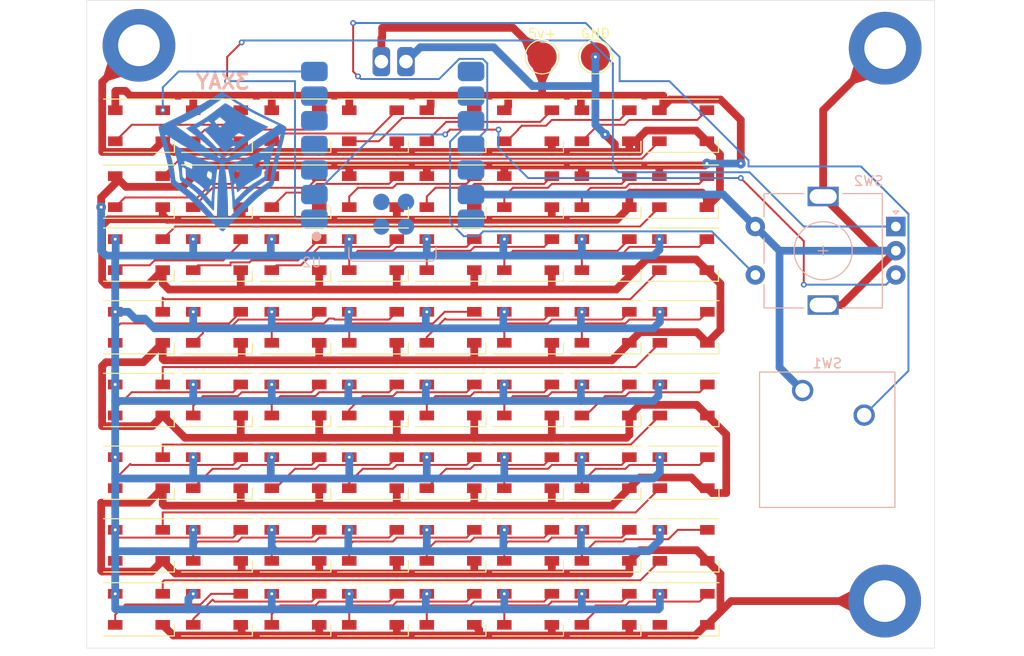
<source format=kicad_pcb>
(kicad_pcb (version 20240108) (generator "pcbnew") (generator_version "8.0")
  (layers (0 "F.Cu" signal) (31 "B.Cu" signal) (34 "B.Paste" user) (35 "F.Paste" user) (36 "B.SilkS" user "B.Silkscreen") (37 "F.SilkS" user "F.Silkscreen") (38 "B.Mask" user) (39 "F.Mask" user) (44 "Edge.Cuts" user))
  (net 0 "")
  (net 1 "Net-(D1-DOUT)")
  (net 2 "Net-(D1-DIN)")
  (net 3 "Net-(D1-VSS)")
  (net 4 "Net-(D1-VDD)")
  (net 5 "Net-(D2-DOUT)")
  (net 6 "Net-(D3-DOUT)")
  (net 7 "Net-(D4-DOUT)")
  (net 8 "Net-(D5-DOUT)")
  (net 9 "Net-(D6-DOUT)")
  (net 10 "Net-(D7-DOUT)")
  (net 11 "Net-(D8-DOUT)")
  (net 12 "Net-(D10-DIN)")
  (net 13 "Net-(D10-DOUT)")
  (net 14 "Net-(D11-DOUT)")
  (net 15 "Net-(D12-DOUT)")
  (net 16 "Net-(D13-DOUT)")
  (net 17 "Net-(D14-DOUT)")
  (net 18 "Net-(D15-DOUT)")
  (net 19 "Net-(D16-DOUT)")
  (net 20 "Net-(D17-DOUT)")
  (net 21 "Net-(D18-DOUT)")
  (net 22 "Net-(D18-DIN)")
  (net 23 "Net-(D19-DOUT)")
  (net 24 "Net-(D20-DOUT)")
  (net 25 "Net-(D21-DOUT)")
  (net 26 "Net-(D22-DOUT)")
  (net 27 "Net-(D23-DOUT)")
  (net 28 "Net-(D24-DOUT)")
  (net 29 "Net-(D25-DOUT)")
  (net 30 "Net-(D26-DOUT)")
  (net 31 "Net-(D27-DOUT)")
  (net 32 "Net-(D28-DOUT)")
  (net 33 "Net-(D29-DOUT)")
  (net 34 "Net-(D30-DOUT)")
  (net 35 "Net-(D32-DOUT)")
  (net 36 "Net-(D33-DOUT)")
  (net 37 "Net-(D34-DOUT)")
  (net 38 "Net-(D34-DIN)")
  (net 39 "Net-(D35-DOUT)")
  (net 40 "Net-(D35-DIN)")
  (net 41 "Net-(D36-DOUT)")
  (net 42 "Net-(D36-DIN)")
  (net 43 "Net-(D37-DOUT)")
  (net 44 "Net-(D38-DOUT)")
  (net 45 "Net-(D39-DOUT)")
  (net 46 "Net-(D40-DOUT)")
  (net 47 "Net-(D41-DOUT)")
  (net 48 "Net-(D42-DOUT)")
  (net 49 "Net-(D43-DOUT)")
  (net 50 "Net-(D44-DOUT)")
  (net 51 "Net-(D45-DOUT)")
  (net 52 "Net-(D46-DOUT)")
  (net 53 "Net-(D47-DOUT)")
  (net 54 "Net-(D48-DOUT)")
  (net 55 "Net-(D49-DOUT)")
  (net 56 "Net-(D50-DOUT)")
  (net 57 "Net-(D51-DOUT)")
  (net 58 "Net-(D52-DOUT)")
  (net 59 "Net-(D53-DOUT)")
  (net 60 "Net-(D54-DOUT)")
  (net 61 "Net-(D55-DOUT)")
  (net 62 "Net-(D56-DOUT)")
  (net 63 "Net-(D57-DOUT)")
  (net 64 "Net-(D58-DOUT)")
  (net 65 "Net-(D59-DOUT)")
  (net 66 "Net-(D60-DOUT)")
  (net 68 "Net-(U2-GPIO4_D9_MISO)")
  (net 69 "Net-(SW1-Pad1)")
  (net 70 "Net-(U2-GPIO26_A0_D0)")
  (net 71 "Net-(U2-GPIO27_A1_D1)")
  (net 80 "Net-(U2-GPIO3_D10_MOSI)")
  (footprint "LED_SMD:LED_SK6812_PLCC4_5.0x5.0mm_P3.2mm" (layer "F.Cu") (at 145.55 100.9)
    (property "Reference" "D50" (hide yes))
    (property "Value" "SK6812")
  )
  (footprint "LED_SMD:LED_SK6812_PLCC4_5.0x5.0mm_P3.2mm" (layer "F.Cu") (at 137.55 65.1)
    (property "Reference" "D4" (hide yes))
    (property "Value" "SK6812")
  )
  (footprint "LED_SMD:LED_SK6812_PLCC4_5.0x5.0mm_P3.2mm" (layer "F.Cu") (at 169.55 78.4)
    (property "Reference" "D31" (hide yes))
    (property "Value" "SK6812")
  )
  (footprint "LED_SMD:LED_SK6812_PLCC4_5.0x5.0mm_P3.2mm" (layer "F.Cu") (at 129.55 85.9)
    (property "Reference" "D22" (hide yes))
    (property "Value" "SK6812")
  )
  (footprint "LED_SMD:LED_SK6812_PLCC4_5.0x5.0mm_P3.2mm" (layer "F.Cu") (at 161.55 93.4)
    (property "Reference" "D57" (hide yes))
    (property "Value" "SK6812")
  )
  (footprint "LED_SMD:LED_SK6812_PLCC4_5.0x5.0mm_P3.2mm" (layer "F.Cu") (at 145.55 85.9)
    (property "Reference" "D26" (hide yes))
    (property "Value" "SK6812")
  )
  (footprint "LED_SMD:LED_SK6812_PLCC4_5.0x5.0mm_P3.2mm" (layer "F.Cu") (at 137.55 78.4)
    (property "Reference" "D23" (hide yes))
    (property "Value" "SK6812")
  )
  (footprint "LED_SMD:LED_SK6812_PLCC4_5.0x5.0mm_P3.2mm" (layer "F.Cu") (at 153.55 85.9)
    (property "Reference" "D28" (hide yes))
    (property "Value" "SK6812")
  )
  (footprint "LED_SMD:LED_SK6812_PLCC4_5.0x5.0mm_P3.2mm" (layer "F.Cu") (at 169.6 108.4)
    (property "Reference" "D63" (hide yes))
    (property "Value" "SK6812")
  )
  (footprint "LED_SMD:LED_SK6812_PLCC4_5.0x5.0mm_P3.2mm" (layer "F.Cu") (at 113.41 65.1)
    (property "Reference" "D1" (hide yes))
    (property "Value" "SK6812")
  )
  (footprint "LED_SMD:LED_SK6812_PLCC4_5.0x5.0mm_P3.2mm" (layer "F.Cu") (at 113.4 93.4)
    (property "Reference" "D33" (hide yes))
    (property "Value" "SK6812")
  )
  (footprint "LED_SMD:LED_SK6812_PLCC4_5.0x5.0mm_P3.2mm" (layer "F.Cu") (at 137.55 100.9)
    (property "Reference" "D46" (hide yes))
    (property "Value" "SK6812")
  )
  (footprint "LED_SMD:LED_SK6812_PLCC4_5.0x5.0mm_P3.2mm" (layer "F.Cu") (at 169.6 100.9)
    (property "Reference" "D62" (hide yes))
    (property "Value" "SK6812")
  )
  (footprint "LED_SMD:LED_SK6812_PLCC4_5.0x5.0mm_P3.2mm" (layer "F.Cu") (at 113.4 108.4)
    (property "Reference" "D35" (hide yes))
    (property "Value" "SK6812")
  )
  (footprint "libs:3XAYlogo" (layer "F.Cu") (at 122 69)
    (property "Reference" "G***" (hide yes))
    (property "Value" "LOGO" (hide yes))
  )
  (footprint "MountingHole:MountingHole_4.3mm_M4_DIN965_Pad" (layer "F.Cu") (at 113.4 56.8)
    (property "Reference" "REF**" (hide yes))
    (property "Value" "MountingHole_4.3mm_M4_DIN965_Pad")
  )
  (footprint "LED_SMD:LED_SK6812_PLCC4_5.0x5.0mm_P3.2mm" (layer "F.Cu") (at 145.55 71.9)
    (property "Reference" "D13" (hide yes))
    (property "Value" "SK6812")
  )
  (footprint "LED_SMD:LED_SK6812_PLCC4_5.0x5.0mm_P3.2mm" (layer "F.Cu") (at 129.55 65.1)
    (property "Reference" "D3" (hide yes))
    (property "Value" "SK6812")
  )
  (footprint "LED_SMD:LED_SK6812_PLCC4_5.0x5.0mm_P3.2mm" (layer "F.Cu") (at 169.6 115)
    (property "Reference" "D64" (hide yes))
    (property "Value" "SK6812")
  )
  (footprint "LED_SMD:LED_SK6812_PLCC4_5.0x5.0mm_P3.2mm" (layer "F.Cu") (at 113.4 100.9)
    (property "Reference" "D34" (hide yes))
    (property "Value" "SK6812")
  )
  (footprint "TestPoint:TestPoint_Pad_D3.0mm" (layer "F.Cu") (at 155 58)
    (property "Reference" "TP1" (hide yes))
    (property "Value" "5V in")
  )
  (footprint "LED_SMD:LED_SK6812_PLCC4_5.0x5.0mm_P3.2mm" (layer "F.Cu") (at 169.6 85.9)
    (property "Reference" "D32" (hide yes))
    (property "Value" "SK6812")
  )
  (footprint "LED_SMD:LED_SK6812_PLCC4_5.0x5.0mm_P3.2mm" (layer "F.Cu") (at 129.55 100.9)
    (property "Reference" "D42" (hide yes))
    (property "Value" "SK6812")
  )
  (footprint "LED_SMD:LED_SK6812_PLCC4_5.0x5.0mm_P3.2mm" (layer "F.Cu") (at 121.45 78.4)
    (property "Reference" "D19" (hide yes))
    (property "Value" "SK6812")
  )
  (footprint "LED_SMD:LED_SK6812_PLCC4_5.0x5.0mm_P3.2mm" (layer "F.Cu") (at 145.55 93.4)
    (property "Reference" "D49" (hide yes))
    (property "Value" "SK6812")
  )
  (footprint "LED_SMD:LED_SK6812_PLCC4_5.0x5.0mm_P3.2mm" (layer "F.Cu") (at 137.55 115)
    (property "Reference" "D48" (hide yes))
    (property "Value" "SK6812")
  )
  (footprint "LED_SMD:LED_SK6812_PLCC4_5.0x5.0mm_P3.2mm" (layer "F.Cu") (at 113.4 78.4)
    (property "Reference" "D17" (hide yes))
    (property "Value" "SK6812")
  )
  (footprint "LED_SMD:LED_SK6812_PLCC4_5.0x5.0mm_P3.2mm" (layer "F.Cu") (at 121.45 100.9)
    (property "Reference" "D38" (hide yes))
    (property "Value" "SK6812")
  )
  (footprint "LED_SMD:LED_SK6812_PLCC4_5.0x5.0mm_P3.2mm" (layer "F.Cu") (at 121.45 115)
    (property "Reference" "D40" (hide yes))
    (property "Value" "SK6812")
  )
  (footprint "LED_SMD:LED_SK6812_PLCC4_5.0x5.0mm_P3.2mm" (layer "F.Cu") (at 121.45 71.9)
    (property "Reference" "D10" (hide yes))
    (property "Value" "SK6812")
  )
  (footprint "LED_SMD:LED_SK6812_PLCC4_5.0x5.0mm_P3.2mm" (layer "F.Cu") (at 161.55 65.1)
    (property "Reference" "D7" (hide yes))
    (property "Value" "SK6812")
  )
  (footprint "LED_SMD:LED_SK6812_PLCC4_5.0x5.0mm_P3.2mm" (layer "F.Cu") (at 121.45 65.1)
    (property "Reference" "D2" (hide yes))
    (property "Value" "SK6812")
  )
  (footprint "LED_SMD:LED_SK6812_PLCC4_5.0x5.0mm_P3.2mm" (layer "F.Cu") (at 113.4 71.9)
    (property "Reference" "D9" (hide yes))
    (property "Value" "SK6812")
  )
  (footprint "LED_SMD:LED_SK6812_PLCC4_5.0x5.0mm_P3.2mm" (layer "F.Cu") (at 161.55 115)
    (property "Reference" "D60" (hide yes))
    (property "Value" "SK6812")
  )
  (footprint "LED_SMD:LED_SK6812_PLCC4_5.0x5.0mm_P3.2mm" (layer "F.Cu") (at 145.55 108.4)
    (property "Reference" "D51" (hide yes))
    (property "Value" "SK6812")
  )
  (footprint "LED_SMD:LED_SK6812_PLCC4_5.0x5.0mm_P3.2mm" (layer "F.Cu") (at 137.55 71.9)
    (property "Reference" "D12" (hide yes))
    (property "Value" "SK6812")
  )
  (footprint "LED_SMD:LED_SK6812_PLCC4_5.0x5.0mm_P3.2mm" (layer "F.Cu") (at 153.55 78.4)
    (property "Reference" "D27" (hide yes))
    (property "Value" "SK6812")
  )
  (footprint "LED_SMD:LED_SK6812_PLCC4_5.0x5.0mm_P3.2mm" (layer "F.Cu") (at 161.55 108.4)
    (property "Reference" "D59" (hide yes))
    (property "Value" "SK6812")
  )
  (footprint "LED_SMD:LED_SK6812_PLCC4_5.0x5.0mm_P3.2mm" (layer "F.Cu") (at 153.55 71.9)
    (property "Reference" "D14" (hide yes))
    (property "Value" "SK6812")
  )
  (footprint "LED_SMD:LED_SK6812_PLCC4_5.0x5.0mm_P3.2mm" (layer "F.Cu") (at 153.55 65.1)
    (property "Reference" "D6" (hide yes))
    (property "Value" "SK6812")
  )
  (footprint "LED_SMD:LED_SK6812_PLCC4_5.0x5.0mm_P3.2mm" (layer "F.Cu") (at 137.55 93.4)
    (property "Reference" "D45" (hide yes))
    (property "Value" "SK6812")
  )
  (footprint "LED_SMD:LED_SK6812_PLCC4_5.0x5.0mm_P3.2mm" (layer "F.Cu") (at 113.4 85.9)
    (property "Reference" "D18" (hide yes))
    (property "Value" "SK6812")
  )
  (footprint "LED_SMD:LED_SK6812_PLCC4_5.0x5.0mm_P3.2mm" (layer "F.Cu") (at 169.6 93.4)
    (property "Reference" "D61" (hide yes))
    (property "Value" "SK6812")
  )
  (footprint "MountingHole:MountingHole_4.3mm_M4_DIN965_Pad" (layer "F.Cu") (at 190.4 57.1)
    (property "Reference" "REF**" (hide yes))
    (property "Value" "MountingHole_4.3mm_M4_DIN965_Pad")
  )
  (footprint "LED_SMD:LED_SK6812_PLCC4_5.0x5.0mm_P3.2mm" (layer "F.Cu") (at 137.55 108.4)
    (property "Reference" "D47" (hide yes))
    (property "Value" "SK6812")
  )
  (footprint "LED_SMD:LED_SK6812_PLCC4_5.0x5.0mm_P3.2mm" (layer "F.Cu") (at 145.55 78.4)
    (property "Reference" "D25" (hide yes))
    (property "Value" "SK6812")
  )
  (footprint "LED_SMD:LED_SK6812_PLCC4_5.0x5.0mm_P3.2mm" (layer "F.Cu") (at 129.55 115)
    (property "Reference" "D44" (hide yes))
    (property "Value" "SK6812")
  )
  (footprint "LED_SMD:LED_SK6812_PLCC4_5.0x5.0mm_P3.2mm" (layer "F.Cu") (at 145.55 115)
    (property "Reference" "D52" (hide yes))
    (property "Value" "SK6812")
  )
  (footprint "LED_SMD:LED_SK6812_PLCC4_5.0x5.0mm_P3.2mm" (layer "F.Cu") (at 113.4 115)
    (property "Reference" "D36" (hide yes))
    (property "Value" "SK6812")
  )
  (footprint "LED_SMD:LED_SK6812_PLCC4_5.0x5.0mm_P3.2mm" (layer "F.Cu") (at 161.55 100.9)
    (property "Reference" "D58" (hide yes))
    (property "Value" "SK6812")
  )
  (footprint "LED_SMD:LED_SK6812_PLCC4_5.0x5.0mm_P3.2mm" (layer "F.Cu") (at 153.55 93.4)
    (property "Reference" "D53" (hide yes))
    (property "Value" "SK6812")
  )
  (footprint "LED_SMD:LED_SK6812_PLCC4_5.0x5.0mm_P3.2mm" (layer "F.Cu") (at 121.45 93.4)
    (property "Reference" "D37" (hide yes))
    (property "Value" "SK6812")
  )
  (footprint "LED_SMD:LED_SK6812_PLCC4_5.0x5.0mm_P3.2mm" (layer "F.Cu") (at 161.55 71.9)
    (property "Reference" "D15" (hide yes))
    (property "Value" "SK6812")
  )
  (footprint "LED_SMD:LED_SK6812_PLCC4_5.0x5.0mm_P3.2mm" (layer "F.Cu") (at 153.55 100.9)
    (property "Reference" "D54" (hide yes))
    (property "Value" "SK6812")
  )
  (footprint "LED_SMD:LED_SK6812_PLCC4_5.0x5.0mm_P3.2mm" (layer "F.Cu") (at 129.55 78.4)
    (property "Reference" "D21" (hide yes))
    (property "Value" "SK6812")
  )
  (footprint "LED_SMD:LED_SK6812_PLCC4_5.0x5.0mm_P3.2mm" (layer "F.Cu") (at 145.55 65.1)
    (property "Reference" "D5" (hide yes))
    (property "Value" "SK6812")
  )
  (footprint "LED_SMD:LED_SK6812_PLCC4_5.0x5.0mm_P3.2mm" (layer "F.Cu") (at 121.45 85.9)
    (property "Reference" "D20" (hide yes))
    (property "Value" "SK6812")
  )
  (footprint "LED_SMD:LED_SK6812_PLCC4_5.0x5.0mm_P3.2mm" (layer "F.Cu") (at 161.55 78.4)
    (property "Reference" "D29" (hide yes))
    (property "Value" "SK6812")
  )
  (footprint "LED_SMD:LED_SK6812_PLCC4_5.0x5.0mm_P3.2mm" (layer "F.Cu") (at 153.55 108.4)
    (property "Reference" "D55" (hide yes))
    (property "Value" "SK6812")
  )
  (footprint "LED_SMD:LED_SK6812_PLCC4_5.0x5.0mm_P3.2mm" (layer "F.Cu") (at 169.55 71.9)
    (property "Reference" "D16" (hide yes))
    (property "Value" "SK6812")
  )
  (footprint "LED_SMD:LED_SK6812_PLCC4_5.0x5.0mm_P3.2mm" (layer "F.Cu") (at 121.45 108.4)
    (property "Reference" "D39" (hide yes))
    (property "Value" "SK6812")
  )
  (footprint "LED_SMD:LED_SK6812_PLCC4_5.0x5.0mm_P3.2mm" (layer "F.Cu") (at 129.55 108.4)
    (property "Reference" "D43" (hide yes))
    (property "Value" "SK6812")
  )
  (footprint "LED_SMD:LED_SK6812_PLCC4_5.0x5.0mm_P3.2mm" (layer "F.Cu") (at 153.55 115)
    (property "Reference" "D56" (hide yes))
    (property "Value" "SK6812")
  )
  (footprint "LED_SMD:LED_SK6812_PLCC4_5.0x5.0mm_P3.2mm" (layer "F.Cu") (at 137.55 85.9)
    (property "Reference" "D24" (hide yes))
    (property "Value" "SK6812")
  )
  (footprint "LED_SMD:LED_SK6812_PLCC4_5.0x5.0mm_P3.2mm" (layer "F.Cu") (at 129.55 93.4)
    (property "Reference" "D41" (hide yes))
    (property "Value" "SK6812")
  )
  (footprint "LED_SMD:LED_SK6812_PLCC4_5.0x5.0mm_P3.2mm" (layer "F.Cu") (at 129.55 71.9)
    (property "Reference" "D11" (hide yes))
    (property "Value" "SK6812")
  )
  (footprint "MountingHole:MountingHole_4.3mm_M4_DIN965_Pad" (layer "F.Cu") (at 190.35 114.15)
    (property "Reference" "REF**" (hide yes))
    (property "Value" "MountingHole_4.3mm_M4_DIN965_Pad")
  )
  (footprint "LED_SMD:LED_SK6812_PLCC4_5.0x5.0mm_P3.2mm" (layer "F.Cu") (at 161.55 85.9)
    (property "Reference" "D30" (hide yes))
    (property "Value" "SK6812")
  )
  (footprint "TestPoint:TestPoint_Pad_D3.0mm" (layer "F.Cu") (at 160.5 58)
    (property "Reference" "TP2" (hide yes))
    (property "Value" "GND In")
  )
  (footprint "LED_SMD:LED_SK6812_PLCC4_5.0x5.0mm_P3.2mm" (layer "F.Cu") (at 169.55 65.1)
    (property "Reference" "D8" (hide yes))
    (property "Value" "SK6812")
  )
  (footprint "Button_Switch_Keyboard:SW_Cherry_MX_1.00u_PCB" (layer "B.Cu") (at 181.88 92.42 180)
    (property "Reference" "SW1")
    (property "Value" "SW_Push")
  )
  (footprint "Rotary_Encoder:RotaryEncoder_Alps_EC11E-Switch_Vertical_H20mm" (layer "B.Cu") (at 191.5 75.5 180)
    (property "Reference" "SW2")
    (property "Value" "RotaryEncoder_Switch_MP")
  )
  (footprint "libs:XIAO-RP2040-SMD" (layer "B.Cu") (at 139.5 67.12)
    (property "Reference" "U2")
    (property "Value" "XIAO-RP2040-SMD")
  )
  (gr_rect (start 108 52.15) (end 195.5 119) (stroke (width 0.05)) (fill none) (layer "Edge.Cuts"))
  (gr_text "3XAY" (at 124.95 61.45 0) (layer "B.SilkS") (effects (font (size 1.5 1.5) (thickness 0.3) (bold yes)) (justify left bottom mirror)))
  (segment (start 124 65) (end 124 63.6) (width 0.2) (layer "F.Cu") (net 1))
  (segment (start 110.96 66.7) (end 112.66 65) (width 0.2) (layer "F.Cu") (net 1))
  (segment (start 124 63.6) (end 123.9 63.5) (width 0.2) (layer "F.Cu") (net 1))
  (segment (start 112.66 65) (end 124 65) (width 0.2) (layer "F.Cu") (net 1))
  (via (at 115.86 63.5) (size 0.6) (drill 0.3) (layers "F.Cu" "B.Cu") (net 2))
  (segment (start 117.5 59.5) (end 131.5 59.5) (width 0.2) (layer "B.Cu") (net 2))
  (segment (start 115.86 63.5) (end 115.86 61.14) (width 0.2) (layer "B.Cu") (net 2))
  (segment (start 115.86 61.14) (end 117.5 59.5) (width 0.2) (layer "B.Cu") (net 2))
  (segment (start 114.76 67.8) (end 109.61 67.8) (width 0.8) (layer "F.Cu") (net 3))
  (segment (start 170.4 101.4) (end 165.1 101.4) (width 0.8) (layer "F.Cu") (net 3))
  (segment (start 140 82) (end 140 80) (width 0.8) (layer "F.Cu") (net 3))
  (segment (start 115.85 110) (end 117.15 111.3) (width 0.8) (layer "F.Cu") (net 3))
  (segment (start 156 74.8) (end 156 73.5) (width 0.8) (layer "F.Cu") (net 3))
  (segment (start 118.15 97.3) (end 124 97.3) (width 0.8) (layer "F.Cu") (net 3))
  (segment (start 164.075 80.075) (end 164 80) (width 0.8) (layer "F.Cu") (net 3))
  (segment (start 161.5 66) (end 162.5 67) (width 0.8) (layer "F.Cu") (net 3))
  (segment (start 148 111.3) (end 148 110) (width 0.8) (layer "F.Cu") (net 3))
  (segment (start 140 89.3) (end 140 87.5) (width 0.8) (layer "F.Cu") (net 3))
  (segment (start 140 89.3) (end 132 89.3) (width 0.8) (layer "F.Cu") (net 3))
  (segment (start 132 82) (end 140 82) (width 0.8) (layer "F.Cu") (net 3))
  (segment (start 116.96 67.8) (end 124 67.8) (width 0.8) (layer "F.Cu") (net 3))
  (segment (start 115.85 80) (end 115.85 81.35) (width 0.8) (layer "F.Cu") (net 3))
  (segment (start 148 104.3) (end 148 102.5) (width 0.8) (layer "F.Cu") (net 3))
  (segment (start 174.5 114.15) (end 190.35 114.15) (width 0.8) (layer "F.Cu") (net 3))
  (segment (start 174 96.95) (end 174 103) (width 0.8) (layer "F.Cu") (net 3))
  (segment (start 148 89.3) (end 148 87.5) (width 0.8) (layer "F.Cu") (net 3))
  (segment (start 132 97.3) (end 132 95) (width 0.8) (layer "F.Cu") (net 3))
  (segment (start 115.85 74.35) (end 115.85 73.5) (width 0.8) (layer "F.Cu") (net 3))
  (segment (start 156 97.3) (end 156 95) (width 0.8) (layer "F.Cu") (net 3))
  (segment (start 140 67.8) (end 148.5 67.8) (width 0.8) (layer "F.Cu") (net 3))
  (segment (start 113.85 89.5) (end 110 89.5) (width 0.8) (layer "F.Cu") (net 3))
  (segment (start 170.95 86.4) (end 165.1 86.4) (width 0.8) (layer "F.Cu") (net 3))
  (segment (start 124 111.3) (end 132 111.3) (width 0.8) (layer "F.Cu") (net 3))
  (segment (start 172 73.5) (end 172 72.5) (width 0.8) (layer "F.Cu") (net 3))
  (segment (start 114.35 81.5) (end 115.85 80) (width 0.8) (layer "F.Cu") (net 3))
  (segment (start 148.5 67.8) (end 148.5 67.2) (width 0.8) (layer "F.Cu") (net 3))
  (segment (start 164 102.5) (end 162.2 104.3) (width 0.8) (layer "F.Cu") (net 3))
  (segment (start 156 97.3) (end 163.7 97.3) (width 0.8) (layer "F.Cu") (net 3))
  (segment (start 124 117.7) (end 116.95 117.7) (width 0.8) (layer "F.Cu") (net 3))
  (segment (start 114.710051 111.1) (end 115.810051 110) (width 0.8) (layer "F.Cu") (net 3))
  (segment (start 123.9 81.9) (end 123.9 80) (width 0.8) (layer "F.Cu") (net 3))
  (segment (start 140 111.3) (end 148 111.3) (width 0.8) (layer "F.Cu") (net 3))
  (segment (start 124 89.3) (end 116 89.3) (width 0.8) (layer "F.Cu") (net 3))
  (segment (start 171.5 102.5) (end 170.4 101.4) (width 0.8) (layer "F.Cu") (net 3))
  (segment (start 148 97.3) (end 156 97.3) (width 0.8) (layer "F.Cu") (net 3))
  (segment (start 115.85 87.5) (end 113.85 89.5) (width 0.8) (layer "F.Cu") (net 3))
  (segment (start 116.3 74.8) (end 115.85 74.35) (width 0.8) (layer "F.Cu") (net 3))
  (segment (start 132 89.3) (end 132 87.5) (width 0.8) (layer "F.Cu") (net 3))
  (segment (start 124 89.3) (end 124 87.6) (width 0.8) (layer "F.Cu") (net 3))
  (segment (start 116 104.3) (end 115.85 104.15) (width 0.8) (layer "F.Cu") (net 3))
  (segment (start 164.08995 72) (end 164 72.08995) (width 0.8) (layer "F.Cu") (net 3))
  (segment (start 163.575 81.075) (end 165.75 78.9) (width 0.8) (layer "F.Cu") (net 3))
  (segment (start 148.5 117.7) (end 148.5 117.1) (width 0.8) (layer "F.Cu") (net 3))
  (segment (start 148.5 117.1) (end 148 116.6) (width 0.8) (layer "F.Cu") (net 3))
  (segment (start 132 67.8) (end 140 67.8) (width 0.8) (layer "F.Cu") (net 3))
  (segment (start 140 67.8) (end 140 66.7) (width 0.8) (layer "F.Cu") (net 3))
  (segment (start 165.1 101.4) (end 164 102.5) (width 0.8) (layer "F.Cu") (net 3))
  (segment (start 126.5 67.8) (end 132 67.8) (width 0.8) (layer "F.Cu") (net 3))
  (segment (start 110 89.5) (end 109.6 89.9) (width 0.8) (layer "F.Cu") (net 3))
  (segment (start 164 111.3) (end 164 110) (width 0.8) (layer "F.Cu") (net 3))
  (segment (start 116.25 74.75) (end 110.25 74.75) (width 0.8) (layer "F.Cu") (net 3))
  (segment (start 164 72.08995) (end 164 73.5) (width 0.8) (layer "F.Cu") (net 3))
  (segment (start 162.2 89.3) (end 156 89.3) (width 0.8) (layer "F.Cu") (net 3))
  (segment (start 115.85 81.35) (end 116.5 82) (width 0.8) (layer "F.Cu") (net 3))
  (segment (start 172.05 102.5) (end 171.5 102.5) (width 0.8) (layer "F.Cu") (net 3))
  (segment (start 109.6 89.9) (end 109.6 96.1) (width 0.8) (layer "F.Cu") (net 3))
  (segment (start 114.75 96.1) (end 115.85 95) (width 0.8) (layer "F.Cu") (net 3))
  (segment (start 132 89.3) (end 124 89.3) (width 0.8) (layer "F.Cu") (net 3))
  (segment (start 156 111.3) (end 164 111.3) (width 0.8) (layer "F.Cu") (net 3))
  (segment (start 109.61 60.59) (end 113.4 56.8) (width 0.8) (layer "F.Cu") (net 3))
  (segment (start 165.1 93.9) (end 170.95 93.9) (width 0.8) (layer "F.Cu") (net 3))
  (segment (start 140 104.3) (end 140 102.5) (width 0.8) (layer "F.Cu") (net 3))
  (segment (start 165.1 86.4) (end 164 87.5) (width 0.8) (layer "F.Cu") (net 3))
  (segment (start 173.35 72.15) (end 172 73.5) (width 0.8) (layer "F.Cu") (net 3))
  (segment (start 124 74.8) (end 116.3 74.8) (width 0.8) (layer "F.Cu") (net 3))
  (segment (start 132 111.3) (end 132 110) (width 0.8) (layer "F.Cu") (net 3))
  (segment (start 156 104.3) (end 148 104.3) (width 0.8) (layer "F.Cu") (net 3))
  (segment (start 117.15 111.3) (end 124 111.3) (width 0.8) (layer "F.Cu") (net 3))
  (segment (start 124 116.7) (end 123.9 116.6) (width 0.8) (layer "F.Cu") (net 3))
  (segment (start 140 117.7) (end 132 117.7) (width 0.8) (layer "F.Cu") (net 3))
  (segment (start 124 82) (end 132 82) (width 0.8) (layer "F.Cu") (net 3))
  (segment (start 140 74.8) (end 140 73.5) (width 0.8) (layer "F.Cu") (net 3))
  (segment (start 156 111.3) (end 156 110) (width 0.8) (layer "F.Cu") (net 3))
  (segment (start 109.6 96.1) (end 114.75 96.1) (width 0.8) (layer "F.Cu") (net 3))
  (segment (start 148 74.8) (end 148 73.5) (width 0.8) (layer "F.Cu") (net 3))
  (segment (start 116.5 82) (end 124 82) (width 0.8) (layer "F.Cu") (net 3))
  (segment (start 140 82) (end 148 82) (width 0.8) (layer "F.Cu") (net 3))
  (segment (start 162.65 82) (end 163.575 81.075) (width 0.8) (layer "F.Cu") (net 3))
  (segment (start 162.2 104.3) (end 156 104.3) (width 0.8) (layer "F.Cu") (net 3))
  (segment (start 114.35 104) (end 109.5 104) (width 0.8) (layer "F.Cu") (net 3))
  (segment (start 156 89.3) (end 148 89.3) (width 0.8) (layer "F.Cu") (net 3))
  (segment (start 172.05 87.5) (end 170.95 86.4) (width 0.8) (layer "F.Cu") (net 3))
  (segment (start 173.4 86.15) (end 172.05 87.5) (width 0.8) (layer "F.Cu") (net 3))
  (segment (start 164 87.5) (end 162.2 89.3) (width 0.8) (layer "F.Cu") (net 3))
  (segment (start 148 89.3) (end 140 89.3) (width 0.8) (layer "F.Cu") (net 3))
  (segment (start 109.6 81.1) (end 110 81.5) (width 0.8) (layer "F.Cu") (net 3))
  (segment (start 115.810051 110) (end 115.85 110) (width 0.8) (layer "F.Cu") (net 3))
  (segment (start 172.05 116.6) (end 171.9 116.6) (width 0.8) (layer "F.Cu") (net 3))
  (segment (start 172 72.5) (end 171.5 72) (width 0.8) (layer "F.Cu") (net 3))
  (segment (start 124 82) (end 123.9 81.9) (width 0.8) (layer "F.Cu") (net 3))
  (segment (start 162.5 67) (end 162.5 67.8) (width 0.8) (layer "F.Cu") (net 3))
  (segment (start 124 104.3) (end 116 104.3) (width 0.8) (layer "F.Cu") (net 3))
  (segment (start 148 82) (end 156 82) (width 0.8) (layer "F.Cu") (net 3))
  (segment (start 148 104.3) (end 140 104.3) (width 0.8) (layer "F.Cu") (net 3))
  (segment (start 170.8 117.7) (end 164 117.7) (width 0.8) (layer "F.Cu") (net 3))
  (segment (start 173.4 115.25) (end 172.05 116.6) (width 0.8) (layer "F.Cu") (net 3))
  (segment (start 148.5 67.2) (end 148 66.7) (width 0.8) (layer "F.Cu") (net 3))
  (segment (start 124 67.8) (end 126.5 67.8) (width 0.8) (layer "F.Cu") (net 3))
  (segment (start 148 111.3) (end 156 111.3) (width 0.8) (layer "F.Cu") (net 3))
  (segment (start 165.75 65.6) (end 170.9 65.6) (width 0.8) (layer "F.Cu") (net 3))
  (segment (start 116.95 117.7) (end 115.85 116.6) (width 0.8) (layer "F.Cu") (net 3))
  (segment (start 132 74.8) (end 132 73.5) (width 0.8) (layer "F.Cu") (net 3))
  (segment (start 124 67.8) (end 124 66.8) (width 0.8) (layer "F.Cu") (net 3))
  (segment (start 164.075 80.575) (end 164.075 80.075) (width 0.8) (layer "F.Cu") (net 3))
  (segment (start 156 74.8) (end 148 74.8) (width 0.8) (layer "F.Cu") (net 3))
  (segment (start 132 104.3) (end 124 104.3) (width 0.8) (layer "F.Cu") (net 3))
  (segment (start 162.7 74.8) (end 156 74.8) (width 0.8) (layer "F.Cu") (net 3))
  (segment (start 164 117.7) (end 156 117.7) (width 0.8) (layer "F.Cu") (net 3))
  (segment (start 156 89.3) (end 156 87.5) (width 0.8) (layer "F.Cu") (net 3))
  (segment (start 140 111.3) (end 140 110) (width 0.8) (layer "F.Cu") (net 3))
  (segment (start 172.55 103) (end 172.05 102.5) (width 0.8) (layer "F.Cu") (net 3))
  (segment (start 109.5 104) (end 109.5 111) (width 0.8) (layer "F.Cu") (net 3))
  (segment (start 148 97.3) (end 148 95) (width 0.8) (layer "F.Cu") (net 3))
  (segment (start 124 74.8) (end 124 73.6) (width 0.8) (layer "F.Cu") (net 3))
  (segment (start 173.35 68.05) (end 173.35 72.15) (width 0.8) (layer "F.Cu") (net 3))
  (segment (start 164 117.7) (end 164 116.6) (width 0.8) (layer "F.Cu") (net 3))
  (segment (start 173.4 111.35) (end 173.4 115.25) (width 0.8) (layer "F.Cu") (net 3))
  (segment (start 170.9 78.9) (end 172 80) (width 0.8) (layer "F.Cu") (net 3))
  (segment (start 156 82) (end 156 80) (width 0.8) (layer "F.Cu") (net 3))
  (segment (start 124 73.6) (end 123.9 73.5) (width 0.8) (layer "F.Cu") (net 3))
  (segment (start 164 97) (end 164 95) (width 0.8) (layer "F.Cu") (net 3))
  (segment (start 172.05 95) (end 174 96.95) (width 0.8) (layer "F.Cu") (net 3))
  (segment (start 148.5 117.7) (end 140 117.7) (width 0.8) (layer "F.Cu") (net 3))
  (segment (start 170.95 93.9) (end 172.05 95) (width 0.8) (layer "F.Cu") (net 3))
  (segment (start 162.5 67.8) (end 164 67.8) (width 0.8) (layer "F.Cu") (net 3))
  (segment (start 115.85 104.15) (end 115.85 102.5) (width 0.8) (layer "F.Cu") (net 3))
  (segment (start 124 97.3) (end 132 97.3) (width 0.8) (layer "F.Cu") (net 3))
  (segment (start 109.6 75.4) (end 109.6 81.1) (width 0.8) (layer "F.Cu") (net 3))
  (segment (start 124 104.3) (end 123.9 104.2) (width 0.8) (layer "F.Cu") (net 3))
  (segment (start 163.7 97.3) (end 164 97) (width 0.8) (layer "F.Cu") (net 3))
  (segment (start 140 97.3) (end 148 97.3) (width 0.8) (layer "F.Cu") (net 3))
  (segment (start 156 117.7) (end 148.5 117.7) (width 0.8) (layer "F.Cu") (net 3))
  (segment (start 132 67.8) (end 132 66.7) (width 0.8) (layer "F.Cu") (net 3))
  (segment (start 156 67.8) (end 156 66.7) (width 0.8) (layer "F.Cu") (net 3))
  (segment (start 109.5 111) (end 109.6 111.1) (width 0.8) (layer "F.Cu") (net 3))
  (segment (start 165 67.8) (end 165 66.35) (width 0.8) (layer "F.Cu") (net 3))
  (segment (start 140 97.3) (end 140 95) (width 0.8) (layer "F.Cu") (net 3))
  (segment (start 132 111.3) (end 140 111.3) (width 0.8) (layer "F.Cu") (net 3))
  (segment (start 132 117.7) (end 132 116.6) (width 0.8) (layer "F.Cu") (net 3))
  (segment (start 163.575 81.075) (end 164.075 80.575) (width 0.8) (layer "F.Cu") (net 3))
  (segment (start 165 66.35) (end 165.75 65.6) (width 0.8) (layer "F.Cu") (net 3))
  (segment (start 171.9 116.6) (end 170.8 117.7) (width 0.8) (layer "F.Cu") (net 3))
  (segment (start 170.9 65.6) (end 172 66.7) (width 0.8) (layer "F.Cu") (net 3))
  (segment (start 148 82) (end 148 80) (width 0.8) (layer "F.Cu") (net 3))
  (segment (start 124 97.3) (end 123.9 97.2) (width 0.8) (layer "F.Cu") (net 3))
  (segment (start 115.85 89.15) (end 115.85 87.5) (width 0.8) (layer "F.Cu") (net 3))
  (segment (start 164 110) (end 165.1 108.9) (width 0.8) (layer "F.Cu") (net 3))
  (segment (start 115.86 66.7) (end 116.96 67.8) (width 0.8) (layer "F.Cu") (net 3))
  (segment (start 140 74.8) (end 132 74.8) (width 0.8) (layer "F.Cu") (net 3))
  (segment (start 164 73.5) (end 162.7 74.8) (width 0.8) (layer "F.Cu") (net 3))
  (segment (start 124 117.7) (end 124 116.7) (width 0.8) (layer "F.Cu") (net 3))
  (segment (start 173.4 115.25) (end 174.5 114.15) (width 0.8) (layer "F.Cu") (net 3))
  (segment (start 140 104.3) (end 132 104.3) (width 0.8) (layer "F.Cu") (net 3))
  (segment (start 124 110.1) (end 123.9 110) (width 0.8) (layer "F.Cu") (net 3))
  (segment (start 165.75 78.9) (end 170.9 78.9) (width 0.8) (layer "F.Cu") (net 3))
  (segment (start 164 67.8) (end 165 67.8) (width 0.8) (layer "F.Cu") (net 3))
  (segment (start 171.5 72) (end 164.08995 72) (width 0.8) (layer "F.Cu") (net 3))
  (segment (start 172 66.7) (end 173.35 68.05) (width 0.8) (layer "F.Cu") (net 3))
  (segment (start 124 87.6) (end 123.9 87.5) (width 0.8) (layer "F.Cu") (net 3))
  (segment (start 156 82) (end 162.65 82) (width 0.8) (layer "F.Cu") (net 3))
  (segment (start 115.85 95) (end 118.15 97.3) (width 0.8) (layer "F.Cu") (net 3))
  (segment (start 124 66.8) (end 123.9 66.7) (width 0.8) (layer "F.Cu") (net 3))
  (segment (start 115.85 102.5) (end 114.35 104) (width 0.8) (layer "F.Cu") (net 3))
  (segment (start 172.05 110) (end 173.4 111.35) (width 0.8) (layer "F.Cu") (net 3))
  (segment (start 132 97.3) (end 140 97.3) (width 0.8) (layer "F.Cu") (net 3))
  (segment (start 156 67.8) (end 162.5 67.8) (width 0.8) (layer "F.Cu") (net 3))
  (segment (start 148 74.8) (end 140 74.8) (width 0.8) (layer "F.Cu") (net 3))
  (segment (start 140 117.7) (end 140 116.6) (width 0.8) (layer "F.Cu") (net 3))
  (segment (start 116 89.3) (end 115.85 89.15) (width 0.8) (layer "F.Cu") (net 3))
  (segment (start 116.3 74.8) (end 116.25 74.75) (width 0.8) (layer "F.Cu") (net 3))
  (segment (start 132 117.7) (end 124 117.7) (width 0.8) (layer "F.Cu") (net 3))
  (segment (start 164 95) (end 165.1 93.9) (width 0.8) (layer "F.Cu") (net 3))
  (segment (start 109.6 111.1) (end 114.710051 111.1) (width 0.8) (layer "F.Cu") (net 3))
  (segment (start 124 111.3) (end 124 110.1) (width 0.8) (layer "F.Cu") (net 3))
  (segment (start 173.4 81.4) (end 173.4 86.15) (width 0.8) (layer "F.Cu") (net 3))
  (segment (start 109.61 67.8) (end 109.61 60.59) (width 0.8) (layer "F.Cu") (net 3))
  (segment (start 123.9 97.2) (end 123.9 95) (width 0.8) (layer "F.Cu") (net 3))
  (segment (start 164 67.8) (end 164 66.7) (width 0.8) (layer "F.Cu") (net 3))
  (segment (start 156 117.7) (end 156 116.6) (width 0.8) (layer "F.Cu") (net 3))
  (segment (start 123.9 104.2) (end 123.9 102.5) (width 0.8) (layer "F.Cu") (net 3))
  (segment (start 132 104.3) (end 132 102.5) (width 0.8) (layer "F.Cu") (net 3))
  (segment (start 174 103) (end 172.55 103) (width 0.8) (layer "F.Cu") (net 3))
  (segment (start 132 82) (end 132 80) (width 0.8) (layer "F.Cu") (net 3))
  (segment (start 172 80) (end 173.4 81.4) (width 0.8) (layer "F.Cu") (net 3))
  (segment (start 115.86 66.7) (end 114.76 67.8) (width 0.8) (layer "F.Cu") (net 3))
  (segment (start 110 81.5) (end 114.35 81.5) (width 0.8) (layer "F.Cu") (net 3))
  (segment (start 110.25 74.75) (end 109.6 75.4) (width 0.8) (layer "F.Cu") (net 3))
  (segment (start 170.95 108.9) (end 172.05 110) (width 0.8) (layer "F.Cu") (net 3))
  (segment (start 132 74.8) (end 124 74.8) (width 0.8) (layer "F.Cu") (net 3))
  (segment (start 148.5 67.8) (end 156 67.8) (width 0.8) (layer "F.Cu") (net 3))
  (segment (start 156 104.3) (end 156 102.5) (width 0.8) (layer "F.Cu") (net 3))
  (segment (start 165.1 108.9) (end 170.95 108.9) (width 0.8) (layer "F.Cu") (net 3))
  (via (at 161.5 66) (size 1) (drill 0.3) (layers "F.Cu" "B.Cu") (net 3))
  (via (at 160.5 58) (size 1) (drill 0.3) (layers "F.Cu" "B.Cu") (net 3))
  (segment (start 154 61) (end 150 57) (width 0.8) (layer "B.Cu") (net 3))
  (segment (start 142.432 57) (end 140.952 58.48) (width 0.8) (layer "B.Cu") (net 3))
  (segment (start 160.5 65) (end 161.5 66) (width 0.8) (layer "B.Cu") (net 3))
  (segment (start 150 57) (end 142.432 57) (width 0.8) (layer "B.Cu") (net 3))
  (segment (start 160.5 58) (end 160.5 61) (width 0.8) (layer "B.Cu") (net 3))
  (segment (start 160.5 61) (end 160.5 65) (width 0.8) (layer "B.Cu") (net 3))
  (segment (start 160.5 61) (end 154 61) (width 0.8) (layer "B.Cu") (net 3))
  (segment (start 152 55) (end 138.5 55) (width 0.8) (layer "F.Cu") (net 4))
  (segment (start 159 63.4) (end 159.1 63.5) (width 0.8) (layer "F.Cu") (net 4))
  (segment (start 143.5 62) (end 151.5 62) (width 0.8) (layer "F.Cu") (net 4))
  (segment (start 151.5 63.1) (end 151.1 63.5) (width 0.8) (layer "F.Cu") (net 4))
  (segment (start 127.1 69.3) (end 127 69.2) (width 0.8) (layer "F.Cu") (net 4))
  (segment (start 151.5 62) (end 155 62) (width 0.8) (layer "F.Cu") (net 4))
  (segment (start 127 62) (end 135 62) (width 0.8) (layer "F.Cu") (net 4))
  (segment (start 159 62) (end 159 63.4) (width 0.8) (layer "F.Cu") (net 4))
  (segment (start 167.1 63.5) (end 168.2 62.4) (width 0.8) (layer "F.Cu") (net 4))
  (segment (start 112 61.5) (end 112.5 62) (width 0.8) (layer "F.Cu") (net 4))
  (segment (start 127.1 62.1) (end 127.1 63.5) (width 0.8) (layer "F.Cu") (net 4))
  (segment (start 110.95 71.05) (end 110.95 70.3) (width 0.8) (layer "F.Cu") (net 4))
  (segment (start 119 62) (end 119 63.5) (width 0.8) (layer "F.Cu") (net 4))
  (segment (start 135 62) (end 143.5 62) (width 0.8) (layer "F.Cu") (net 4))
  (segment (start 109.499998 72.500002) (end 110.95 71.05) (width 0.8) (layer "F.Cu") (net 4))
  (segment (start 119 70.3) (end 117.9 71.4) (width 0.8) (layer "F.Cu") (net 4))
  (segment (start 112.05 71.4) (end 110.95 70.3) (width 0.8) (layer "F.Cu") (net 4))
  (segment (start 110.96 63.5) (end 110.96 61.54) (width 0.8) (layer "F.Cu") (net 4))
  (segment (start 173.4 62.4) (end 175.5 64.5) (width 0.8) (layer "F.Cu") (net 4))
  (segment (start 135.1 70.3) (end 135.1 69.3) (width 0.8) (layer "F.Cu") (net 4))
  (segment (start 155 58) (end 152 55) (width 0.8) (layer "F.Cu") (net 4))
  (segment (start 143.1 70.3) (end 143.1 69.3) (width 0.8) (layer "F.Cu") (net 4))
  (segment (start 159 62) (end 167.5 62) (width 0.8) (layer "F.Cu") (net 4))
  (segment (start 138.5 55) (end 138.5 56) (width 0.8) (layer "F.Cu") (net 4))
  (segment (start 167.5 63.1) (end 167.1 63.5) (width 0.8) (layer "F.Cu") (net 4))
  (segment (start 151.1 70.3) (end 151.1 69.3) (width 0.8) (layer "F.Cu") (net 4))
  (segment (start 155 58) (end 155 62) (width 0.8) (layer "F.Cu") (net 4))
  (segment (start 135 62) (end 135.1 62.1) (width 0.8) (layer "F.Cu") (net 4))
  (segment (start 155 62) (end 159 62) (width 0.8) (layer "F.Cu") (net 4))
  (segment (start 135.1 69.3) (end 135 69.2) (width 0.8) (layer "F.Cu") (net 4))
  (segment (start 159 69.2) (end 151 69.2) (width 0.8) (layer "F.Cu") (net 4))
  (segment (start 151.5 62) (end 151.5 63.1) (width 0.8) (layer "F.Cu") (net 4))
  (segment (start 167 69.2) (end 159 69.2) (width 0.8) (layer "F.Cu") (net 4))
  (segment (start 109.499998 73.5) (end 109.499998 72.500002) (width 0.8) (layer "F.Cu") (net 4))
  (segment (start 167.1 69.3) (end 167 69.2) (width 0.8) (layer "F.Cu") (net 4))
  (segment (start 167.5 62) (end 167.5 63.1) (width 0.8) (layer "F.Cu") (net 4))
  (segment (start 143.5 62) (end 143.5 63.1) (width 0.8) (layer "F.Cu") (net 4))
  (segment (start 111 61.5) (end 112 61.5) (width 0.8) (layer "F.Cu") (net 4))
  (segment (start 138.5 56) (end 138.412 56.088) (width 0.8) (layer "F.Cu") (net 4))
  (segment (start 112.5 62) (end 119 62) (width 0.8) (layer "F.Cu") (net 4))
  (segment (start 110.96 61.54) (end 111 61.5) (width 0.8) (layer "F.Cu") (net 4))
  (segment (start 151.1 69.3) (end 151 69.2) (width 0.8) (layer "F.Cu") (net 4))
  (segment (start 143 69.2) (end 135 69.2) (width 0.8) (layer "F.Cu") (net 4))
  (segment (start 168.2 62.4) (end 173.4 62.4) (width 0.8) (layer "F.Cu") (net 4))
  (segment (start 159.1 70.3) (end 159.1 69.3) (width 0.8) (layer "F.Cu") (net 4))
  (segment (start 172 69) (end 171.8 69.2) (width 0.8) (layer "F.Cu") (net 4))
  (segment (start 135.1 62.1) (end 135.1 63.5) (width 0.8) (layer "F.Cu") (net 4))
  (segment (start 143.1 69.3) (end 143 69.2) (width 0.8) (layer "F.Cu") (net 4))
  (segment (start 127 62) (end 127.1 62.1) (width 0.8) (layer "F.Cu") (net 4))
  (segment (start 117.9 71.4) (end 112.05 71.4) (width 0.8) (layer "F.Cu") (net 4))
  (segment (start 119 62) (end 127 62) (width 0.8) (layer "F.Cu") (net 4))
  (segment (start 127.1 70.3) (end 127.1 69.3) (width 0.8) (layer "F.Cu") (net 4))
  (segment (start 138.412 56.088) (end 138.412 58.48) (width 0.8) (layer "F.Cu") (net 4))
  (segment (start 135 69.2) (end 127 69.2) (width 0.8) (layer "F.Cu") (net 4))
  (segment (start 143.5 63.1) (end 143.1 63.5) (width 0.8) (layer "F.Cu") (net 4))
  (segment (start 151 69.2) (end 143 69.2) (width 0.8) (layer "F.Cu") (net 4))
  (segment (start 167.1 70.3) (end 167.1 69.3) (width 0.8) (layer "F.Cu") (net 4))
  (segment (start 159.1 69.3) (end 159 69.2) (width 0.8) (layer "F.Cu") (net 4))
  (segment (start 127 69.2) (end 120.1 69.2) (width 0.8) (layer "F.Cu") (net 4))
  (segment (start 120.1 69.2) (end 119 70.3) (width 0.8) (layer "F.Cu") (net 4))
  (segment (start 171.8 69.2) (end 167 69.2) (width 0.8) (layer "F.Cu") (net 4))
  (segment (start 175.5 64.5) (end 175.5 69) (width 0.8) (layer "F.Cu") (net 4))
  (via (at 167.15 84.3) (size 1) (drill 0.3) (layers "F.Cu" "B.Cu") (net 4))
  (via (at 119 76.8) (size 1) (drill 0.3) (layers "F.Cu" "B.Cu") (net 4))
  (via (at 167.1 76.8) (size 1) (drill 0.3) (layers "F.Cu" "B.Cu") (net 4))
  (via (at 175.5 69) (size 1) (drill 0.3) (layers "F.Cu" "B.Cu") (net 4))
  (via (at 127.1 113.4) (size 1) (drill 0.3) (layers "F.Cu" "B.Cu") (net 4))
  (via (at 119 113.4) (size 1) (drill 0.3) (layers "F.Cu" "B.Cu") (net 4))
  (via (at 127.1 84.3) (size 1) (drill 0.3) (layers "F.Cu" "B.Cu") (net 4))
  (via (at 143.1 84.3) (size 1) (drill 0.3) (layers "F.Cu" "B.Cu") (net 4))
  (via (at 172 69) (size 1) (drill 0.3) (layers "F.Cu" "B.Cu") (net 4))
  (via (at 110.95 99.3) (size 1) (drill 0.3) (layers "F.Cu" "B.Cu") (net 4))
  (via (at 135.1 91.8) (size 1) (drill 0.3) (layers "F.Cu" "B.Cu") (net 4))
  (via (at 159.1 99.3) (size 1) (drill 0.3) (layers "F.Cu" "B.Cu") (net 4))
  (via (at 110.95 91.8) (size 1) (drill 0.3) (layers "F.Cu" "B.Cu") (net 4))
  (via (at 167.15 99.3) (size 1) (drill 0.3) (layers "F.Cu" "B.Cu") (net 4))
  (via (at 151.1 84.3) (size 1) (drill 0.3) (layers "F.Cu" "B.Cu") (net 4))
  (via (at 135.1 84.3) (size 1) (drill 0.3) (layers "F.Cu" "B.Cu") (net 4))
  (via (at 110.95 84.3) (size 1) (drill 0.3) (layers "F.Cu" "B.Cu") (net 4))
  (via (at 110.95 113.4) (size 1) (drill 0.3) (layers "F.Cu" "B.Cu") (net 4))
  (via (at 151.1 99.3) (size 1) (drill 0.3) (layers "F.Cu" "B.Cu") (net 4))
  (via (at 110.95 106.8) (size 1) (drill 0.3) (layers "F.Cu" "B.Cu") (net 4))
  (via (at 109.499998 73.5) (size 1) (drill 0.3) (layers "F.Cu" "B.Cu") (net 4))
  (via (at 159.1 106.8) (size 1) (drill 0.3) (layers "F.Cu" "B.Cu") (net 4))
  (via (at 167.15 113.4) (size 1) (drill 0.3) (layers "F.Cu" "B.Cu") (net 4))
  (via (at 119 84.3) (size 1) (drill 0.3) (layers "F.Cu" "B.Cu") (net 4))
  (via (at 143.1 91.8) (size 1) (drill 0.3) (layers "F.Cu" "B.Cu") (net 4))
  (via (at 167.15 106.8) (size 1) (drill 0.3) (layers "F.Cu" "B.Cu") (net 4))
  (via (at 143.1 76.8) (size 1) (drill 0.3) (layers "F.Cu" "B.Cu") (net 4))
  (via (at 151.1 91.8) (size 1) (drill 0.3) (layers "F.Cu" "B.Cu") (net 4))
  (via (at 159.1 84.3) (size 1) (drill 0.3) (layers "F.Cu" "B.Cu") (net 4))
  (via (at 110.95 76.8) (size 1) (drill 0.3) (layers "F.Cu" "B.Cu") (net 4))
  (via (at 135.1 113.4) (size 1) (drill 0.3) (layers "F.Cu" "B.Cu") (net 4))
  (via (at 127.1 106.8) (size 1) (drill 0.3) (layers "F.Cu" "B.Cu") (net 4))
  (via (at 127.1 76.8) (size 1) (drill 0.3) (layers "F.Cu" "B.Cu") (net 4))
  (via (at 135.1 106.8) (size 1) (drill 0.3) (layers "F.Cu" "B.Cu") (net 4))
  (via (at 159.1 113.4) (size 1) (drill 0.3) (layers "F.Cu" "B.Cu") (net 4))
  (via (at 119 99.3) (size 1) (drill 0.3) (layers "F.Cu" "B.Cu") (net 4))
  (via (at 159.1 91.8) (size 1) (drill 0.3) (layers "F.Cu" "B.Cu") (net 4))
  (via (at 151.1 76.8) (size 1) (drill 0.3) (layers "F.Cu" "B.Cu") (net 4))
  (via (at 127.1 91.8) (size 1) (drill 0.3) (layers "F.Cu" "B.Cu") (net 4))
  (via (at 143.1 106.8) (size 1) (drill 0.3) (layers "F.Cu" "B.Cu") (net 4))
  (via (at 167.15 91.8) (size 1) (drill 0.3) (layers "F.Cu" "B.Cu") (net 4))
  (via (at 119 91.8) (size 1) (drill 0.3) (layers "F.Cu" "B.Cu") (net 4))
  (via (at 127.1 99.3) (size 1) (drill 0.3) (layers "F.Cu" "B.Cu") (net 4))
  (via (at 135.1 76.8) (size 1) (drill 0.3) (layers "F.Cu" "B.Cu") (net 4))
  (via (at 119 106.8) (size 1) (drill 0.3) (layers "F.Cu" "B.Cu") (net 4))
  (via (at 143.1 99.3) (size 1) (drill 0.3) (layers "F.Cu" "B.Cu") (net 4))
  (via (at 159.1 76.8) (size 1) (drill 0.3) (layers "F.Cu" "B.Cu") (net 4))
  (via (at 135.1 99.3) (size 1) (drill 0.3) (layers "F.Cu" "B.Cu") (net 4))
  (via (at 143.1 113.4) (size 1) (drill 0.3) (layers "F.Cu" "B.Cu") (net 4))
  (via (at 151.1 106.8) (size 1) (drill 0.3) (layers "F.Cu" "B.Cu") (net 4))
  (via (at 151.1 113.4) (size 1) (drill 0.3) (layers "F.Cu" "B.Cu") (net 4))
  (segment (start 119 78.5) (end 119 76.8) (width 0.8) (layer "B.Cu") (net 4))
  (segment (start 110.95 101.5) (end 119 101.5) (width 0.8) (layer "B.Cu") (net 4))
  (segment (start 118.5 115) (end 118.5 113.9) (width 0.8) (layer "B.Cu") (net 4))
  (segment (start 151 101.5) (end 159 101.5) (width 0.8) (layer "B.Cu") (net 4))
  (segment (start 110.95 114.95) (end 111 115) (width 0.8) (layer "B.Cu") (net 4))
  (segment (start 159 78.5) (end 159.1 78.4) (width 0.8) (layer "B.Cu") (net 4))
  (segment (start 127.1 108.6) (end 127.1 106.8) (width 0.8) (layer "B.Cu") (net 4))
  (segment (start 143 115) (end 143 113.5) (width 0.8) (layer "B.Cu") (net 4))
  (segment (start 109.499998 77.999998) (end 110 78.5) (width 0.8) (layer "B.Cu") (net 4))
  (segment (start 159 78.5) (end 166.5 78.5) (width 0.8) (layer "B.Cu") (net 4))
  (segment (start 110.95 84.3) (end 110.95 91.8) (width 0.8) (layer "B.Cu") (net 4))
  (segment (start 151 109) (end 159 109) (width 0.8) (layer "B.Cu") (net 4))
  (segment (start 159 86) (end 166.5 86) (width 0.8) (layer "B.Cu") (net 4))
  (segment (start 119 78.5) (end 127 78.5) (width 0.8) (layer "B.Cu") (net 4))
  (segment (start 127.5 109) (end 127.1 108.6) (width 0.8) (layer "B.Cu") (net 4))
  (segment (start 127.5 109) (end 135 109) (width 0.8) (layer "B.Cu") (net 4))
  (segment (start 135 78.5) (end 143 78.5) (width 0.8) (layer "B.Cu") (net 4))
  (segment (start 110.95 84.3) (end 112.3 84.3) (width 0.8) (layer "B.Cu") (net 4))
  (segment (start 135 109) (end 143 109) (width 0.8) (layer "B.Cu") (net 4))
  (segment (start 159.1 78.4) (end 159.1 76.8) (width 0.8) (layer "B.Cu") (net 4))
  (segment (start 143 101.5) (end 143.1 101.4) (width 0.8) (layer "B.Cu") (net 4))
  (segment (start 135 109) (end 135 106.9) (width 0.8) (layer "B.Cu") (net 4))
  (segment (start 135 93.5) (end 143 93.5) (width 0.8) (layer "B.Cu") (net 4))
  (segment (start 110.95 106.8) (end 110.95 109) (width 0.8) (layer "B.Cu") (net 4))
  (segment (start 127.1 114.9) (end 127.1 113.4) (width 0.8) (layer "B.Cu") (net 4))
  (segment (start 143 93.5) (end 143 91.9) (width 0.8) (layer "B.Cu") (net 4))
  (segment (start 159 109) (end 159 106.9) (width 0.8) (layer "B.Cu") (net 4))
  (segment (start 159 106.9) (end 159.1 106.8) (width 0.8) (layer "B.Cu") (net 4))
  (segment (start 110.95 78.55) (end 110.95 84.3) (width 0.8) (layer "B.Cu") (net 4))
  (segment (start 167.15 85.35) (end 167.15 84.3) (width 0.8) (layer "B.Cu") (net 4))
  (segment (start 167 91.95) (end 167.15 91.8) (width 0.8) (layer "B.Cu") (net 4))
  (segment (start 112.3 84.3) (end 113 85) (width 0.8) (layer "B.Cu") (net 4))
  (segment (start 166.5 78.5) (end 167.1 77.9) (width 0.8) (layer "B.Cu") (net 4))
  (segment (start 159.1 114.9) (end 159.1 113.4) (width 0.8) (layer "B.Cu") (net 4))
  (segment (start 114 85) (end 115 86) (width 0.8) (layer "B.Cu") (net 4))
  (segment (start 159 115) (end 159.1 114.9) (width 0.8) (layer "B.Cu") (net 4))
  (segment (start 127 101.5) (end 127 99.4) (width 0.8) (layer "B.Cu") (net 4))
  (segment (start 135 78.5) (end 135 76.9) (width 0.8) (layer "B.Cu") (net 4))
  (segment (start 143.1 78.4) (end 143.1 76.8) (width 0.8) (layer "B.Cu") (net 4))
  (segment (start 143 101.5) (end 151 101.5) (width 0.8) (layer "B.Cu") (net 4))
  (segment (start 159 101.5) (end 166.5 101.5) (width 0.8) (layer "B.Cu") (net 4))
  (segment (start 135 115) (end 135.1 114.9) (width 0.8) (layer "B.Cu") (net 4))
  (segment (start 166.5 86) (end 167.15 85.35) (width 0.8) (layer "B.Cu") (net 4))
  (segment (start 119 109) (end 119 106.8) (width 0.8) (layer "B.Cu") (net 4))
  (segment (start 127 86) (end 127.1 85.9) (width 0.8) (layer "B.Cu") (net 4))
  (segment (start 119 93.5) (end 119 91.8) (width 0.8) (layer "B.Cu") (net 4))
  (segment (start 119 86) (end 127 86) (width 0.8) (layer "B.Cu") (net 4))
  (segment (start 110 78.5) (end 111 78.5) (width 0.8) (layer "B.Cu") (net 4))
  (segment (start 143.1 101.4) (end 143.1 99.3) (width 0.8) (layer "B.Cu") (net 4))
  (segment (start 115 86) (end 119 86) (width 0.8) (layer "B.Cu") (net 4))
  (segment (start 118.5 115) (end 127 115) (width 0.8) (layer "B.Cu") (net 4))
  (segment (start 127 93.5) (end 127.1 93.4) (width 0.8) (layer "B.Cu") (net 4))
  (segment (start 151.1 101.4) (end 151.1 99.3) (width 0.8) (layer "B.Cu") (net 4))
  (segment (start 175.5 69) (end 172 69) (width 0.8) (layer "B.Cu") (net 4))
  (segment (start 135 101.5) (end 135.1 101.4) (width 0.8) (layer "B.Cu") (net 4))
  (segment (start 113 85) (end 114 85) (width 0.8) (layer "B.Cu") (net 4))
  (segment (start 159 99.4) (end 159.1 99.3) (width 0.8) (layer "B.Cu") (net 4))
  (segment (start 119 101.5) (end 119 99.3) (width 0.8) (layer "B.Cu") (net 4))
  (segment (start 143 78.5) (end 143.1 78.4) (width 0.8) (layer "B.Cu") (net 4))
  (segment (start 143 86) (end 151 86) (width 0.8) (layer "B.Cu") (net 4))
  (segment (start 159 101.5) (end 159 99.4) (width 0.8) (layer "B.Cu") (net 4))
  (segment (start 111 115) (end 118.5 115) (width 0.8) (layer "B.Cu") (net 4))
  (segment (start 167 115) (end 167.15 114.85) (width 0.8) (layer "B.Cu") (net 4))
  (segment (start 143 91.9) (end 143.1 91.8) (width 0.8) (layer "B.Cu") (net 4))
  (segment (start 166 109) (end 167.15 107.85) (width 0.8) (layer "B.Cu") (net 4))
  (segment (start 119 86) (end 119 84.3) (width 0.8) (layer "B.Cu") (net 4))
  (segment (start 159 84.4) (end 159.1 84.3) (width 0.8) (layer "B.Cu") (net 4))
  (segment (start 111 78.5) (end 119 78.5) (width 0.8) (layer "B.Cu") (net 4))
  (segment (start 127.1 85.9) (end 127.1 84.3) (width 0.8) (layer "B.Cu") (net 4))
  (segment (start 110.95 91.8) (end 110.95 93.5) (width 0.8) (layer "B.Cu") (net 4))
  (segment (start 167.15 114.85) (end 167.15 113.4) (width 0.8) (layer "B.Cu") (net 4))
  (segment (start 119 93.5) (end 127 93.5) (width 0.8) (layer "B.Cu") (net 4))
  (segment (start 151.1 114.9) (end 151.1 113.4) (width 0.8) (layer "B.Cu") (net 4))
  (segment (start 167.15 100.85) (end 167.15 99.3) (width 0.8) (layer "B.Cu") (net 4))
  (segment (start 135 106.9) (end 135.1 106.8) (width 0.8) (layer "B.Cu") (net 4))
  (segment (start 119 101.5) (end 127 101.5) (width 0.8) (layer "B.Cu") (net 4))
  (segment (start 110.95 113.4) (end 110.95 114.95) (width 0.8) (layer "B.Cu") (net 4))
  (segment (start 151 115) (end 159 115) (width 0.8) (layer "B.Cu") (net 4))
  (segment (start 135 115) (end 143 115) (width 0.8) (layer "B.Cu") (net 4))
  (segment (start 151 93.5) (end 159 93.5) (width 0.8) (layer "B.Cu") (net 4))
  (segment (start 143 113.5) (end 143.1 113.4) (width 0.8) (layer "B.Cu") (net 4))
  (segment (start 111 78.5) (end 110.95 78.55) (width 0.8) (layer "B.Cu") (net 4))
  (segment (start 127 78.5) (end 135 78.5) (width 0.8) (layer "B.Cu") (net 4))
  (segment (start 127 76.9) (end 127.1 76.8) (width 0.8) (layer "B.Cu") (net 4))
  (segment (start 151 115) (end 151.1 114.9) (width 0.8) (layer "B.Cu") (net 4))
  (segment (start 167 93) (end 167 91.95) (width 0.8) (layer "B.Cu") (net 4))
  (segment (start 159 93.5) (end 159 91.9) (width 0.8) (layer "B.Cu") (net 4))
  (segment (start 143 115) (end 151 115) (width 0.8) (layer "B.Cu") (net 4))
  (segment (start 159 115) (end 167 115) (width 0.8) (layer "B.Cu") (net 4))
  (segment (start 151 84.4) (end 151.1 84.3) (width 0.8) (layer "B.Cu") (net 4))
  (segment (start 110.95 109) (end 110.95 113.4) (width 0.8) (layer "B.Cu") (net 4))
  (segment (start 135 86) (end 143 86) (width 0.8) (layer "B.Cu") (net 4))
  (segment (start 159 109) (end 166 109) (width 0.8) (layer "B.Cu") (net 4))
  (segment (start 135 76.9) (end 135.1 76.8) (width 0.8) (layer "B.Cu") (net 4))
  (segment (start 143 84.4) (end 143.1 84.3) (width 0.8) (layer "B.Cu") (net 4))
  (segment (start 143 86) (end 143 84.4) (width 0.8) (layer "B.Cu") (net 4))
  (segment (start 166.5 101.5) (end 167.15 100.85) (width 0.8) (layer "B.Cu") (net 4))
  (segment (start 151 78.5) (end 151 76.9) (width 0.8) (layer "B.Cu") (net 4))
  (segment (start 111 78.5) (end 111 76.85) (width 0.8) (layer "B.Cu") (net 4))
  (segment (start 135 101.5) (end 143 101.5) (width 0.8) (layer "B.Cu") (net 4))
  (segment (start 111 76.85) (end 110.95 76.8) (width 0.8) (layer "B.Cu") (net 4))
  (segment (start 151 109) (end 151 106.9) (width 0.8) (layer "B.Cu") (net 4))
  (segment (start 135 91.9) (end 135.1 91.8) (width 0.8) (layer "B.Cu") (net 4))
  (segment (start 135 93.5) (end 135 91.9) (width 0.8) (layer "B.Cu") (net 4))
  (segment (start 151 86) (end 159 86) (width 0.8) (layer "B.Cu") (net 4))
  (segment (start 167.1 77.9) (end 167.1 76.8) (width 0.8) (layer "B.Cu") (net 4))
  (segment (start 151 86) (end 151 84.4) (width 0.8) (layer "B.Cu") (net 4))
  (segment (start 127 101.5) (end 135 101.5) (width 0.8) (layer "B.Cu") (net 4))
  (segment (start 110.95 109) (end 119 109) (width 0.8) (layer "B.Cu") (net 4))
  (segment (start 110.95 93.5) (end 110.95 99.3) (width 0.8) (layer "B.Cu") (net 4))
  (segment (start 143.1 108.9) (end 143.1 106.8) (width 0.8) (layer "B.Cu") (net 4))
  (segment (start 143 109) (end 143.1 108.9) (width 0.8) (layer "B.Cu") (net 4))
  (segment (start 127 93.5) (end 135 93.5) (width 0.8) (layer "B.Cu") (net 4))
  (segment (start 135.1 101.4) (end 135.1 99.3) (width 0.8) (layer "B.Cu") (net 4))
  (segment (start 159 93.5) (end 166.5 93.5) (width 0.8) (layer "B.Cu") (net 4))
  (segment (start 127 115) (end 127.1 114.9) (width 0.8) (layer "B.Cu") (net 4))
  (segment (start 151 101.5) (end 151.1 101.4) (width 0.8) (layer "B.Cu") (net 4))
  (segment (start 143 109) (end 151 109) (width 0.8) (layer "B.Cu") (net 4))
  (segment (start 109.499998 73.5) (end 109.499998 77.999998) (width 0.8) (layer "B.Cu") (net 4))
  (segment (start 151 91.9) (end 151.1 91.8) (width 0.8) (layer "B.Cu") (net 4))
  (segment (start 135 86) (end 135 84.4) (width 0.8) (layer "B.Cu") (net 4))
  (segment (start 127 78.5) (end 127 76.9) (width 0.8) (layer "B.Cu") (net 4))
  (segment (start 118.5 113.9) (end 119 113.4) (width 0.8) (layer "B.Cu") (net 4))
  (segment (start 119 109) (end 127.5 109) (width 0.8) (layer "B.Cu") (net 4))
  (segment (start 110.95 93.5) (end 119 93.5) (width 0.8) (layer "B.Cu") (net 4))
  (segment (start 159 86) (end 159 84.4) (width 0.8) (layer "B.Cu") (net 4))
  (segment (start 127 86) (end 135 86) (width 0.8) (layer "B.Cu") (net 4))
  (segment (start 127 99.4) (end 127.1 99.3) (width 0.8) (layer "B.Cu") (net 4))
  (segment (start 110.95 99.3) (end 110.95 101.5) (width 0.8) (layer "B.Cu") (net 4))
  (segment (start 135 84.4) (end 135.1 84.3) (width 0.8) (layer "B.Cu") (net 4))
  (segment (start 127.1 93.4) (end 127.1 91.8) (width 0.8) (layer "B.Cu") (net 4))
  (segment (start 151 76.9) (end 151.1 76.8) (width 0.8) (layer "B.Cu") (net 4))
  (segment (start 127 115) (end 135 115) (width 0.8) (layer "B.Cu") (net 4))
  (segment (start 110.95 101.5) (end 110.95 106.8) (width 0.8) (layer "B.Cu") (net 4))
  (segment (start 143 78.5) (end 151 78.5) (width 0.8) (layer "B.Cu") (net 4))
  (segment (start 159 91.9) (end 159.1 91.8) (width 0.8) (layer "B.Cu") (net 4))
  (segment (start 151 93.5) (end 151 91.9) (width 0.8) (layer "B.Cu") (net 4))
  (segment (start 167.15 107.85) (end 167.15 106.8) (width 0.8) (layer "B.Cu") (net 4))
  (segment (start 135.1 114.9) (end 135.1 113.4) (width 0.8) (layer "B.Cu") (net 4))
  (segment (start 151 78.5) (end 159 78.5) (width 0.8) (layer "B.Cu") (net 4))
  (segment (start 151 106.9) (end 151.1 106.8) (width 0.8) (layer "B.Cu") (net 4))
  (segment (start 143 93.5) (end 151 93.5) (width 0.8) (layer "B.Cu") (net 4))
  (segment (start 166.5 93.5) (end 167 93) (width 0.8) (layer "B.Cu") (net 4))
  (segment (start 132 65) (end 132 63.5) (width 0.2) (layer "F.Cu") (net 5))
  (segment (start 131.5 65.5) (end 132 65) (width 0.2) (layer "F.Cu") (net 5))
  (segment (start 120.2 65.5) (end 131.5 65.5) (width 0.2) (layer "F.Cu") (net 5))
  (segment (start 119 66.7) (end 120.2 65.5) (width 0.2) (layer "F.Cu") (net 5))
  (segment (start 127.1 66.7) (end 127.9 65.9) (width 0.2) (layer "F.Cu") (net 6))
  (segment (start 137.6 65.9) (end 140 63.5) (width 0.2) (layer "F.Cu") (net 6))
  (segment (start 127.9 65.9) (end 137.6 65.9) (width 0.2) (layer "F.Cu") (net 6))
  (segment (start 140.55 64.3) (end 147.2 64.3) (width 0.2) (layer "F.Cu") (net 7))
  (segment (start 135.1 66.7) (end 138.15 66.7) (width 0.2) (layer "F.Cu") (net 7))
  (segment (start 138.15 66.7) (end 140.55 64.3) (width 0.2) (layer "F.Cu") (net 7))
  (segment (start 147.2 64.3) (end 148 63.5) (width 0.2) (layer "F.Cu") (net 7))
  (segment (start 145.1 64.7) (end 154.8 64.7) (width 0.2) (layer "F.Cu") (net 8))
  (segment (start 154.8 64.7) (end 156 63.5) (width 0.2) (layer "F.Cu") (net 8))
  (segment (start 143.1 66.7) (end 145.1 64.7) (width 0.2) (layer "F.Cu") (net 8))
  (segment (start 152.5 65.55) (end 152.5 65.5) (width 0.2) (layer "F.Cu") (net 9))
  (segment (start 155.4 65.1) (end 156 64.5) (width 0.2) (layer "F.Cu") (net 9))
  (segment (start 163 64.5) (end 164 63.5) (width 0.2) (layer "F.Cu") (net 9))
  (segment (start 152.9 65.1) (end 155.4 65.1) (width 0.2) (layer "F.Cu") (net 9))
  (segment (start 151.35 66.7) (end 152.5 65.55) (width 0.2) (layer "F.Cu") (net 9))
  (segment (start 156 64.5) (end 163 64.5) (width 0.2) (layer "F.Cu") (net 9))
  (segment (start 152.5 65.5) (end 152.9 65.1) (width 0.2) (layer "F.Cu") (net 9))
  (segment (start 151.1 66.7) (end 151.35 66.7) (width 0.2) (layer "F.Cu") (net 9))
  (segment (start 160.8 65) (end 163.5 65) (width 0.2) (layer "F.Cu") (net 10))
  (segment (start 171 64.5) (end 172 63.5) (width 0.2) (layer "F.Cu") (net 10))
  (segment (start 159.1 66.7) (end 160.8 65) (width 0.2) (layer "F.Cu") (net 10))
  (segment (start 164 64.5) (end 171 64.5) (width 0.2) (layer "F.Cu") (net 10))
  (segment (start 163.5 65) (end 164 64.5) (width 0.2) (layer "F.Cu") (net 10))
  (segment (start 167.1 66.7) (end 165.3 68.5) (width 0.2) (layer "F.Cu") (net 11))
  (segment (start 117.65 68.5) (end 115.85 70.3) (width 0.2) (layer "F.Cu") (net 11))
  (segment (start 165.3 68.5) (end 117.65 68.5) (width 0.2) (layer "F.Cu") (net 11))
  (segment (start 111.95 72.5) (end 119.434314 72.5) (width 0.2) (layer "F.Cu") (net 12))
  (segment (start 119.434314 72.5) (end 120.834314 71.1) (width 0.2) (layer "F.Cu") (net 12))
  (segment (start 110.95 73.5) (end 111.95 72.5) (width 0.2) (layer "F.Cu") (net 12))
  (segment (start 120.834314 71.1) (end 123.1 71.1) (width 0.2) (layer "F.Cu") (net 12))
  (segment (start 123.1 71.1) (end 123.9 70.3) (width 0.2) (layer "F.Cu") (net 12))
  (segment (start 121 71.5) (end 130.8 71.5) (width 0.2) (layer "F.Cu") (net 13))
  (segment (start 119 73.5) (end 121 71.5) (width 0.2) (layer "F.Cu") (net 13))
  (segment (start 130.8 71.5) (end 132 70.3) (width 0.2) (layer "F.Cu") (net 13))
  (segment (start 139.2 71.1) (end 140 70.3) (width 0.2) (layer "F.Cu") (net 14))
  (segment (start 128.6 72) (end 130.865685 72) (width 0.2) (layer "F.Cu") (net 14))
  (segment (start 127.1 73.5) (end 128.6 72) (width 0.2) (layer "F.Cu") (net 14))
  (segment (start 131.765685 71.1) (end 139.2 71.1) (width 0.2) (layer "F.Cu") (net 14))
  (segment (start 130.865685 72) (end 131.765685 71.1) (width 0.2) (layer "F.Cu") (net 14))
  (segment (start 140 71.1) (end 147.2 71.1) (width 0.2) (layer "F.Cu") (net 15))
  (segment (start 135.1 73.5) (end 135.1 72.4) (width 0.2) (layer "F.Cu") (net 15))
  (segment (start 147.2 71.1) (end 148 70.3) (width 0.2) (layer "F.Cu") (net 15))
  (segment (start 136 71.5) (end 139.6 71.5) (width 0.2) (layer "F.Cu") (net 15))
  (segment (start 135.1 72.4) (end 136 71.5) (width 0.2) (layer "F.Cu") (net 15))
  (segment (start 139.6 71.5) (end 140 71.1) (width 0.2) (layer "F.Cu") (net 15))
  (segment (start 147.6 71.5) (end 148 71.1) (width 0.2) (layer "F.Cu") (net 16))
  (segment (start 143.1 73.5) (end 143.1 72.4) (width 0.2) (layer "F.Cu") (net 16))
  (segment (start 155.2 71.1) (end 156 70.3) (width 0.2) (layer "F.Cu") (net 16))
  (segment (start 148 71.1) (end 155.2 71.1) (width 0.2) (layer "F.Cu") (net 16))
  (segment (start 143.1 72.4) (end 144 71.5) (width 0.2) (layer "F.Cu") (net 16))
  (segment (start 144 71.5) (end 147.6 71.5) (width 0.2) (layer "F.Cu") (net 16))
  (segment (start 163.2 71.1) (end 164 70.3) (width 0.2) (layer "F.Cu") (net 17))
  (segment (start 152 71.5) (end 155.6 71.5) (width 0.2) (layer "F.Cu") (net 17))
  (segment (start 155.6 71.5) (end 156 71.1) (width 0.2) (layer "F.Cu") (net 17))
  (segment (start 151.1 72.4) (end 152 71.5) (width 0.2) (layer "F.Cu") (net 17))
  (segment (start 151.1 73.5) (end 151.1 72.4) (width 0.2) (layer "F.Cu") (net 17))
  (segment (start 156 71.1) (end 163.2 71.1) (width 0.2) (layer "F.Cu") (net 17))
  (segment (start 163.6 71.5) (end 164 71.1) (width 0.2) (layer "F.Cu") (net 18))
  (segment (start 159.1 72.4) (end 160 71.5) (width 0.2) (layer "F.Cu") (net 18))
  (segment (start 164 71.1) (end 171.2 71.1) (width 0.2) (layer "F.Cu") (net 18))
  (segment (start 171.2 71.1) (end 172 70.3) (width 0.2) (layer "F.Cu") (net 18))
  (segment (start 159.1 73.5) (end 159.1 72.4) (width 0.2) (layer "F.Cu") (net 18))
  (segment (start 160 71.5) (end 163.6 71.5) (width 0.2) (layer "F.Cu") (net 18))
  (segment (start 167.1 73.5) (end 165.1 75.5) (width 0.2) (layer "F.Cu") (net 19))
  (segment (start 117.15 75.5) (end 115.85 76.8) (width 0.2) (layer "F.Cu") (net 19))
  (segment (start 165.1 75.5) (end 117.15 75.5) (width 0.2) (layer "F.Cu") (net 19))
  (segment (start 110.95 80) (end 111.45 79.5) (width 0.2) (layer "F.Cu") (net 20))
  (segment (start 114.5 79.5) (end 115 79) (width 0.2) (layer "F.Cu") (net 20))
  (segment (start 122.1 79) (end 123.9 77.2) (width 0.2) (layer "F.Cu") (net 20))
  (segment (start 111.45 79.5) (end 114.5 79.5) (width 0.2) (layer "F.Cu") (net 20))
  (segment (start 115 79) (end 122.1 79) (width 0.2) (layer "F.Cu") (net 20))
  (segment (start 123.9 77.2) (end 123.9 76.8) (width 0.2) (layer "F.Cu") (net 20))
  (segment (start 110.95 87.5) (end 110.95 86.05) (width 0.2) (layer "F.Cu") (net 21))
  (segment (start 111.5 85.5) (end 122.7 85.5) (width 0.2) (layer "F.Cu") (net 21))
  (segment (start 110.95 86.05) (end 111.5 85.5) (width 0.2) (layer "F.Cu") (net 21))
  (segment (start 122.7 85.5) (end 123.9 84.3) (width 0.2) (layer "F.Cu") (net 21))
  (segment (start 116 83) (end 115.85 82.85) (width 0.2) (layer "F.Cu") (net 22))
  (segment (start 164.1 83) (end 116 83) (width 0.2) (layer "F.Cu") (net 22))
  (segment (start 115.85 82.85) (end 115.85 84.3) (width 0.2) (layer "F.Cu") (net 22))
  (segment (start 167.1 80) (end 164.1 83) (width 0.2) (layer "F.Cu") (net 22))
  (segment (start 129.8 79) (end 132 76.8) (width 0.2) (layer "F.Cu") (net 23))
  (segment (start 122.85 79.2) (end 124.8 79.2) (width 0.2) (layer "F.Cu") (net 23))
  (segment (start 119 80) (end 119.5 79.5) (width 0.2) (layer "F.Cu") (net 23))
  (segment (start 122.85 79.5) (end 122.85 79.2) (width 0.2) (layer "F.Cu") (net 23))
  (segment (start 119.5 79.5) (end 122.85 79.5) (width 0.2) (layer "F.Cu") (net 23))
  (segment (start 125 79) (end 129.8 79) (width 0.2) (layer "F.Cu") (net 23))
  (segment (start 124.8 79.2) (end 125 79) (width 0.2) (layer "F.Cu") (net 23))
  (segment (start 122.765685 86) (end 123.665685 85.1) (width 0.2) (layer "F.Cu") (net 24))
  (segment (start 120 86.5) (end 120 86) (width 0.2) (layer "F.Cu") (net 24))
  (segment (start 123.665685 85.1) (end 131.2 85.1) (width 0.2) (layer "F.Cu") (net 24))
  (segment (start 131.2 85.1) (end 132 84.3) (width 0.2) (layer "F.Cu") (net 24))
  (segment (start 119 87.5) (end 120 86.5) (width 0.2) (layer "F.Cu") (net 24))
  (segment (start 120 86) (end 122.765685 86) (width 0.2) (layer "F.Cu") (net 24))
  (segment (start 139.2 77.6) (end 140 76.8) (width 0.2) (layer "F.Cu") (net 25))
  (segment (start 127.1 80) (end 127.6 79.5) (width 0.2) (layer "F.Cu") (net 25))
  (segment (start 130.1 79.5) (end 132 77.6) (width 0.2) (layer "F.Cu") (net 25))
  (segment (start 127.6 79.5) (end 130.1 79.5) (width 0.2) (layer "F.Cu") (net 25))
  (segment (start 132 77.6) (end 139.2 77.6) (width 0.2) (layer "F.Cu") (net 25))
  (segment (start 127.1 87.5) (end 127.1 85.9) (width 0.2) (layer "F.Cu") (net 26))
  (segment (start 139.2 85.1) (end 140 84.3) (width 0.2) (layer "F.Cu") (net 26))
  (segment (start 127.1 85.9) (end 127.5 85.5) (width 0.2) (layer "F.Cu") (net 26))
  (segment (start 127.5 85.5) (end 132.5 85.5) (width 0.2) (layer "F.Cu") (net 26))
  (segment (start 133 85) (end 133.5 85) (width 0.2) (layer "F.Cu") (net 26))
  (segment (start 133.5 85) (end 133.6 85.1) (width 0.2) (layer "F.Cu") (net 26))
  (segment (start 132.5 85.5) (end 133 85) (width 0.2) (layer "F.Cu") (net 26))
  (segment (start 133.6 85.1) (end 139.2 85.1) (width 0.2) (layer "F.Cu") (net 26))
  (segment (start 147.2 77.6) (end 148 76.8) (width 0.2) (layer "F.Cu") (net 27))
  (segment (start 140 77.6) (end 147.2 77.6) (width 0.2) (layer "F.Cu") (net 27))
  (segment (start 139.6 78) (end 140 77.6) (width 0.2) (layer "F.Cu") (net 27))
  (segment (start 135.1 78.9) (end 136 78) (width 0.2) (layer "F.Cu") (net 27))
  (segment (start 136 78) (end 139.6 78) (width 0.2) (layer "F.Cu") (net 27))
  (segment (start 135.1 80) (end 135.1 78.9) (width 0.2) (layer "F.Cu") (net 27))
  (segment (start 135.1 87.5) (end 135.1 85.9) (width 0.2) (layer "F.Cu") (net 28))
  (segment (start 143.75 85.5) (end 144.95 84.3) (width 0.2) (layer "F.Cu") (net 28))
  (segment (start 135.5 85.5) (end 143.75 85.5) (width 0.2) (layer "F.Cu") (net 28))
  (segment (start 135.1 85.9) (end 135.5 85.5) (width 0.2) (layer "F.Cu") (net 28))
  (segment (start 144.95 84.3) (end 148 84.3) (width 0.2) (layer "F.Cu") (net 28))
  (segment (start 143.1 78.9) (end 144 78) (width 0.2) (layer "F.Cu") (net 29))
  (segment (start 155.2 77.6) (end 156 76.8) (width 0.2) (layer "F.Cu") (net 29))
  (segment (start 144 78) (end 147.6 78) (width 0.2) (layer "F.Cu") (net 29))
  (segment (start 148 77.6) (end 155.2 77.6) (width 0.2) (layer "F.Cu") (net 29))
  (segment (start 147.6 78) (end 148 77.6) (width 0.2) (layer "F.Cu") (net 29))
  (segment (start 143.1 80) (end 143.1 78.9) (width 0.2) (layer "F.Cu") (net 29))
  (segment (start 143.1 86.9) (end 145 85) (width 0.2) (layer "F.Cu") (net 30))
  (segment (start 145 85) (end 145.1 85.1) (width 0.2) (layer "F.Cu") (net 30))
  (segment (start 145.1 85.1) (end 155.2 85.1) (width 0.2) (layer "F.Cu") (net 30))
  (segment (start 143.1 87.5) (end 143.1 86.9) (width 0.2) (layer "F.Cu") (net 30))
  (segment (start 155.2 85.1) (end 156 84.3) (width 0.2) (layer "F.Cu") (net 30))
  (segment (start 151.1 78.9) (end 152 78) (width 0.2) (layer "F.Cu") (net 31))
  (segment (start 152 78) (end 162.8 78) (width 0.2) (layer "F.Cu") (net 31))
  (segment (start 151.1 80) (end 151.1 78.9) (width 0.2) (layer "F.Cu") (net 31))
  (segment (start 162.8 78) (end 164 76.8) (width 0.2) (layer "F.Cu") (net 31))
  (segment (start 151.5 85.5) (end 155.6 85.5) (width 0.2) (layer "F.Cu") (net 32))
  (segment (start 156 85.1) (end 163.2 85.1) (width 0.2) (layer "F.Cu") (net 32))
  (segment (start 151.1 87.5) (end 151.1 85.9) (width 0.2) (layer "F.Cu") (net 32))
  (segment (start 151.1 85.9) (end 151.5 85.5) (width 0.2) (layer "F.Cu") (net 32))
  (segment (start 155.6 85.5) (end 156 85.1) (width 0.2) (layer "F.Cu") (net 32))
  (segment (start 163.2 85.1) (end 164 84.3) (width 0.2) (layer "F.Cu") (net 32))
  (segment (start 159.1 80) (end 159.1 78.8) (width 0.2) (layer "F.Cu") (net 33))
  (segment (start 163.2 78.4) (end 164 77.6) (width 0.2) (layer "F.Cu") (net 33))
  (segment (start 159.5 78.4) (end 163.2 78.4) (width 0.2) (layer "F.Cu") (net 33))
  (segment (start 159.1 78.8) (end 159.5 78.4) (width 0.2) (layer "F.Cu") (net 33))
  (segment (start 164 77.6) (end 171.2 77.6) (width 0.2) (layer "F.Cu") (net 33))
  (segment (start 171.2 77.6) (end 172 76.8) (width 0.2) (layer "F.Cu") (net 33))
  (segment (start 159.5 85.5) (end 163.6 85.5) (width 0.2) (layer "F.Cu") (net 34))
  (segment (start 171.25 85.1) (end 172.05 84.3) (width 0.2) (layer "F.Cu") (net 34))
  (segment (start 163.6 85.5) (end 164 85.1) (width 0.2) (layer "F.Cu") (net 34))
  (segment (start 164 85.1) (end 171.25 85.1) (width 0.2) (layer "F.Cu") (net 34))
  (segment (start 159.1 85.9) (end 159.5 85.5) (width 0.2) (layer "F.Cu") (net 34))
  (segment (start 159.1 87.5) (end 159.1 85.9) (width 0.2) (layer "F.Cu") (net 34))
  (segment (start 115.85 90) (end 115.85 91.8) (width 0.2) (layer "F.Cu") (net 35))
  (segment (start 164.65 90) (end 115.85 90) (width 0.2) (layer "F.Cu") (net 35))
  (segment (start 167.15 87.5) (end 164.65 90) (width 0.2) (layer "F.Cu") (net 35))
  (segment (start 110.95 94.3) (end 112.65 92.6) (width 0.2) (layer "F.Cu") (net 36))
  (segment (start 112.65 92.6) (end 123.1 92.6) (width 0.2) (layer "F.Cu") (net 36))
  (segment (start 110.95 95) (end 110.95 94.3) (width 0.2) (layer "F.Cu") (net 36))
  (segment (start 123.1 92.6) (end 123.9 91.8) (width 0.2) (layer "F.Cu") (net 36))
  (segment (start 123.1 100.1) (end 123.9 99.3) (width 0.2) (layer "F.Cu") (net 37))
  (segment (start 110.95 102.5) (end 110.95 101.55) (width 0.2) (layer "F.Cu") (net 37))
  (segment (start 112.6 100.1) (end 123.1 100.1) (width 0.2) (layer "F.Cu") (net 37))
  (segment (start 110.95 101.55) (end 112.5 100) (width 0.2) (layer "F.Cu") (net 37))
  (segment (start 112.5 100) (end 112.6 100.1) (width 0.2) (layer "F.Cu") (net 37))
  (segment (start 167.15 95) (end 164.15 98) (width 0.2) (layer "F.Cu") (net 38))
  (segment (start 164.15 98) (end 115.85 98) (width 0.2) (layer "F.Cu") (net 38))
  (segment (start 115.85 98) (end 115.85 99.3) (width 0.2) (layer "F.Cu") (net 38))
  (segment (start 110.95 110) (end 110.95 107.65) (width 0.2) (layer "F.Cu") (net 39))
  (segment (start 111 107.6) (end 123.1 107.6) (width 0.2) (layer "F.Cu") (net 39))
  (segment (start 110.95 107.65) (end 111 107.6) (width 0.2) (layer "F.Cu") (net 39))
  (segment (start 123.1 107.6) (end 123.9 106.8) (width 0.2) (layer "F.Cu") (net 39))
  (segment (start 164.65 105) (end 115.85 105) (width 0.2) (layer "F.Cu") (net 40))
  (segment (start 115.85 105) (end 115.85 106.8) (width 0.2) (layer "F.Cu") (net 40))
  (segment (start 167.15 102.5) (end 164.65 105) (width 0.2) (layer "F.Cu") (net 40))
  (segment (start 120.85 113.4) (end 123.9 113.4) (width 0.2) (layer "F.Cu") (net 41))
  (segment (start 110.95 116.6) (end 110.95 115.55) (width 0.2) (layer "F.Cu") (net 41))
  (segment (start 119.75 114.5) (end 120.85 113.4) (width 0.2) (layer "F.Cu") (net 41))
  (segment (start 112 114.5) (end 119.75 114.5) (width 0.2) (layer "F.Cu") (net 41))
  (segment (start 110.95 115.55) (end 112 114.5) (width 0.2) (layer "F.Cu") (net 41))
  (segment (start 165.15 112) (end 116 112) (width 0.2) (layer "F.Cu") (net 42))
  (segment (start 115.85 112.15) (end 115.85 113.4) (width 0.2) (layer "F.Cu") (net 42))
  (segment (start 116 112) (end 115.85 112.15) (width 0.2) (layer "F.Cu") (net 42))
  (segment (start 167.15 110) (end 165.15 112) (width 0.2) (layer "F.Cu") (net 42))
  (segment (start 124 92.6) (end 131.2 92.6) (width 0.2) (layer "F.Cu") (net 43))
  (segment (start 131.2 92.6) (end 132 91.8) (width 0.2) (layer "F.Cu") (net 43))
  (segment (start 119 95) (end 119 94) (width 0.2) (layer "F.Cu") (net 43))
  (segment (start 123.6 93) (end 124 92.6) (width 0.2) (layer "F.Cu") (net 43))
  (segment (start 120 93) (end 123.6 93) (width 0.2) (layer "F.Cu") (net 43))
  (segment (start 119 94) (end 120 93) (width 0.2) (layer "F.Cu") (net 43))
  (segment (start 121 100.5) (end 123.6 100.5) (width 0.2) (layer "F.Cu") (net 44))
  (segment (start 131.2 100.1) (end 132 99.3) (width 0.2) (layer "F.Cu") (net 44))
  (segment (start 124 100.1) (end 131.2 100.1) (width 0.2) (layer "F.Cu") (net 44))
  (segment (start 119 102.5) (end 121 100.5) (width 0.2) (layer "F.Cu") (net 44))
  (segment (start 123.6 100.5) (end 124 100.1) (width 0.2) (layer "F.Cu") (net 44))
  (segment (start 119.5 108) (end 123.6 108) (width 0.2) (layer "F.Cu") (net 45))
  (segment (start 131.2 107.6) (end 132 106.8) (width 0.2) (layer "F.Cu") (net 45))
  (segment (start 123.6 108) (end 124 107.6) (width 0.2) (layer "F.Cu") (net 45))
  (segment (start 119 108.5) (end 119.5 108) (width 0.2) (layer "F.Cu") (net 45))
  (segment (start 119 110) (end 119 108.5) (width 0.2) (layer "F.Cu") (net 45))
  (segment (start 124 107.6) (end 131.2 107.6) (width 0.2) (layer "F.Cu") (net 45))
  (segment (start 119 116) (end 121 114) (width 0.2) (layer "F.Cu") (net 46))
  (segment (start 131.2 114.2) (end 132 113.4) (width 0.2) (layer "F.Cu") (net 46))
  (segment (start 119 116.6) (end 119 116) (width 0.2) (layer "F.Cu") (net 46))
  (segment (start 121 114) (end 121.2 114.2) (width 0.2) (layer "F.Cu") (net 46))
  (segment (start 121.2 114.2) (end 131.2 114.2) (width 0.2) (layer "F.Cu") (net 46))
  (segment (start 131.6 93) (end 132 92.6) (width 0.2) (layer "F.Cu") (net 47))
  (segment (start 132 92.6) (end 139.2 92.6) (width 0.2) (layer "F.Cu") (net 47))
  (segment (start 128 93) (end 131.6 93) (width 0.2) (layer "F.Cu") (net 47))
  (segment (start 127.1 93.9) (end 128 93) (width 0.2) (layer "F.Cu") (net 47))
  (segment (start 127.1 95) (end 127.1 93.9) (width 0.2) (layer "F.Cu") (net 47))
  (segment (start 139.2 92.6) (end 140 91.8) (width 0.2) (layer "F.Cu") (net 47))
  (segment (start 129.5 100.5) (end 131.6 100.5) (width 0.2) (layer "F.Cu") (net 48))
  (segment (start 139.2 100.1) (end 140 99.3) (width 0.2) (layer "F.Cu") (net 48))
  (segment (start 132 100.1) (end 139.2 100.1) (width 0.2) (layer "F.Cu") (net 48))
  (segment (start 127.1 102.5) (end 127.5 102.5) (width 0.2) (layer "F.Cu") (net 48))
  (segment (start 127.5 102.5) (end 129.5 100.5) (width 0.2) (layer "F.Cu") (net 48))
  (segment (start 131.6 100.5) (end 132 100.1) (width 0.2) (layer "F.Cu") (net 48))
  (segment (start 131.6 108) (end 132 107.6) (width 0.2) (layer "F.Cu") (net 49))
  (segment (start 132 107.6) (end 139.2 107.6) (width 0.2) (layer "F.Cu") (net 49))
  (segment (start 127.1 108.4) (end 127.5 108) (width 0.2) (layer "F.Cu") (net 49))
  (segment (start 127.5 108) (end 131.6 108) (width 0.2) (layer "F.Cu") (net 49))
  (segment (start 127.1 110) (end 127.1 108.4) (width 0.2) (layer "F.Cu") (net 49))
  (segment (start 139.2 107.6) (end 140 106.8) (width 0.2) (layer "F.Cu") (net 49))
  (segment (start 128 114.6) (end 131.6 114.6) (width 0.2) (layer "F.Cu") (net 50))
  (segment (start 131.6 114.6) (end 132 114.2) (width 0.2) (layer "F.Cu") (net 50))
  (segment (start 127.1 115.5) (end 128 114.6) (width 0.2) (layer "F.Cu") (net 50))
  (segment (start 139.2 114.2) (end 140 113.4) (width 0.2) (layer "F.Cu") (net 50))
  (segment (start 132 114.2) (end 139.2 114.2) (width 0.2) (layer "F.Cu") (net 50))
  (segment (start 127.1 116.6) (end 127.1 115.5) (width 0.2) (layer "F.Cu") (net 50))
  (segment (start 147.2 92.6) (end 148 91.8) (width 0.2) (layer "F.Cu") (net 51))
  (segment (start 140 92.6) (end 147.2 92.6) (width 0.2) (layer "F.Cu") (net 51))
  (segment (start 135.1 94.4) (end 136.5 93) (width 0.2) (layer "F.Cu") (net 51))
  (segment (start 139.6 93) (end 140 92.6) (width 0.2) (layer "F.Cu") (net 51))
  (segment (start 135.1 95) (end 135.1 94.4) (width 0.2) (layer "F.Cu") (net 51))
  (segment (start 136.5 93) (end 139.6 93) (width 0.2) (layer "F.Cu") (net 51))
  (segment (start 135.1 102.5) (end 135.1 101.9) (width 0.2) (layer "F.Cu") (net 52))
  (segment (start 135.1 101.9) (end 136.5 100.5) (width 0.2) (layer "F.Cu") (net 52))
  (segment (start 136.5 100.5) (end 139.6 100.5) (width 0.2) (layer "F.Cu") (net 52))
  (segment (start 140 100.1) (end 147.2 100.1) (width 0.2) (layer "F.Cu") (net 52))
  (segment (start 139.6 100.5) (end 140 100.1) (width 0.2) (layer "F.Cu") (net 52))
  (segment (start 147.2 100.1) (end 148 99.3) (width 0.2) (layer "F.Cu") (net 52))
  (segment (start 135.5 108) (end 139.6 108) (width 0.2) (layer "F.Cu") (net 53))
  (segment (start 135.1 108.4) (end 135.5 108) (width 0.2) (layer "F.Cu") (net 53))
  (segment (start 140 107.6) (end 147.2 107.6) (width 0.2) (layer "F.Cu") (net 53))
  (segment (start 135.1 110) (end 135.1 108.4) (width 0.2) (layer "F.Cu") (net 53))
  (segment (start 147.2 107.6) (end 148 106.8) (width 0.2) (layer "F.Cu") (net 53))
  (segment (start 139.6 108) (end 140 107.6) (width 0.2) (layer "F.Cu") (net 53))
  (segment (start 135.1 116.6) (end 135.1 115) (width 0.2) (layer "F.Cu") (net 54))
  (segment (start 139.6 114.6) (end 140 114.2) (width 0.2) (layer "F.Cu") (net 54))
  (segment (start 147.2 114.2) (end 148 113.4) (width 0.2) (layer "F.Cu") (net 54))
  (segment (start 135.5 114.6) (end 139.6 114.6) (width 0.2) (layer "F.Cu") (net 54))
  (segment (start 135.1 115) (end 135.5 114.6) (width 0.2) (layer "F.Cu") (net 54))
  (segment (start 140 114.2) (end 147.2 114.2) (width 0.2) (layer "F.Cu") (net 54))
  (segment (start 147.6 93) (end 148 92.6) (width 0.2) (layer "F.Cu") (net 55))
  (segment (start 155.2 92.6) (end 156 91.8) (width 0.2) (layer "F.Cu") (net 55))
  (segment (start 148 92.6) (end 155.2 92.6) (width 0.2) (layer "F.Cu") (net 55))
  (segment (start 144 93) (end 147.6 93) (width 0.2) (layer "F.Cu") (net 55))
  (segment (start 143.1 93.9) (end 144 93) (width 0.2) (layer "F.Cu") (net 55))
  (segment (start 143.1 95) (end 143.1 93.9) (width 0.2) (layer "F.Cu") (net 55))
  (segment (start 155.2 100.1) (end 156 99.3) (width 0.2) (layer "F.Cu") (net 56))
  (segment (start 148 100.1) (end 155.2 100.1) (width 0.2) (layer "F.Cu") (net 56))
  (segment (start 145.1 100.5) (end 147.6 100.5) (width 0.2) (layer "F.Cu") (net 56))
  (segment (start 147.6 100.5) (end 148 100.1) (width 0.2) (layer "F.Cu") (net 56))
  (segment (start 143.1 102.5) (end 145.1 100.5) (width 0.2) (layer "F.Cu") (net 56))
  (segment (start 148 107.6) (end 155.2 107.6) (width 0.2) (layer "F.Cu") (net 57))
  (segment (start 147.6 108) (end 148 107.6) (width 0.2) (layer "F.Cu") (net 57))
  (segment (start 143.1 110) (end 143.1 108.9) (width 0.2) (layer "F.Cu") (net 57))
  (segment (start 143.1 108.9) (end 144 108) (width 0.2) (layer "F.Cu") (net 57))
  (segment (start 144 108) (end 147.6 108) (width 0.2) (layer "F.Cu") (net 57))
  (segment (start 155.2 107.6) (end 156 106.8) (width 0.2) (layer "F.Cu") (net 57))
  (segment (start 147.6 114.6) (end 148 114.2) (width 0.2) (layer "F.Cu") (net 58))
  (segment (start 148 114.2) (end 155.2 114.2) (width 0.2) (layer "F.Cu") (net 58))
  (segment (start 143.1 116.6) (end 143.1 115) (width 0.2) (layer "F.Cu") (net 58))
  (segment (start 143.5 114.6) (end 147.6 114.6) (width 0.2) (layer "F.Cu") (net 58))
  (segment (start 155.2 114.2) (end 156 113.4) (width 0.2) (layer "F.Cu") (net 58))
  (segment (start 143.1 115) (end 143.5 114.6) (width 0.2) (layer "F.Cu") (net 58))
  (segment (start 156 92.6) (end 163.2 92.6) (width 0.2) (layer "F.Cu") (net 59))
  (segment (start 163.2 92.6) (end 164 91.8) (width 0.2) (layer "F.Cu") (net 59))
  (segment (start 151.1 95) (end 151.1 93.9) (width 0.2) (layer "F.Cu") (net 59))
  (segment (start 152 93) (end 155.6 93) (width 0.2) (layer "F.Cu") (net 59))
  (segment (start 151.1 93.9) (end 152 93) (width 0.2) (layer "F.Cu") (net 59))
  (segment (start 155.6 93) (end 156 92.6) (width 0.2) (layer "F.Cu") (net 59))
  (segment (start 151.5 100.5) (end 155.6 100.5) (width 0.2) (layer "F.Cu") (net 60))
  (segment (start 151.1 100.9) (end 151.5 100.5) (width 0.2) (layer "F.Cu") (net 60))
  (segment (start 156 100.1) (end 163.2 100.1) (width 0.2) (layer "F.Cu") (net 60))
  (segment (start 151.1 102.5) (end 151.1 100.9) (width 0.2) (layer "F.Cu") (net 60))
  (segment (start 163.2 100.1) (end 164 99.3) (width 0.2) (layer "F.Cu") (net 60))
  (segment (start 155.6 100.5) (end 156 100.1) (width 0.2) (layer "F.Cu") (net 60))
  (segment (start 163.2 107.6) (end 164 106.8) (width 0.2) (layer "F.Cu") (net 61))
  (segment (start 155.6 108) (end 156 107.6) (width 0.2) (layer "F.Cu") (net 61))
  (segment (start 151.1 110) (end 151.1 108.4) (width 0.2) (layer "F.Cu") (net 61))
  (segment (start 151.1 108.4) (end 151.5 108) (width 0.2) (layer "F.Cu") (net 61))
  (segment (start 156 107.6) (end 163.2 107.6) (width 0.2) (layer "F.Cu") (net 61))
  (segment (start 151.5 108) (end 155.6 108) (width 0.2) (layer "F.Cu") (net 61))
  (segment (start 151.1 115) (end 151.5 114.6) (width 0.2) (layer "F.Cu") (net 62))
  (segment (start 155.6 114.6) (end 156 114.2) (width 0.2) (layer "F.Cu") (net 62))
  (segment (start 151.5 114.6) (end 155.6 114.6) (width 0.2) (layer "F.Cu") (net 62))
  (segment (start 163.2 114.2) (end 164 113.4) (width 0.2) (layer "F.Cu") (net 62))
  (segment (start 156 114.2) (end 163.2 114.2) (width 0.2) (layer "F.Cu") (net 62))
  (segment (start 151.1 116.6) (end 151.1 115) (width 0.2) (layer "F.Cu") (net 62))
  (segment (start 159.5 95) (end 161.5 93) (width 0.2) (layer "F.Cu") (net 63))
  (segment (start 159.1 95) (end 159.5 95) (width 0.2) (layer "F.Cu") (net 63))
  (segment (start 164 92.6) (end 171.25 92.6) (width 0.2) (layer "F.Cu") (net 63))
  (segment (start 161.5 93) (end 163.6 93) (width 0.2) (layer "F.Cu") (net 63))
  (segment (start 171.25 92.6) (end 172.05 91.8) (width 0.2) (layer "F.Cu") (net 63))
  (segment (start 163.6 93) (end 164 92.6) (width 0.2) (layer "F.Cu") (net 63))
  (segment (start 171.25 100.1) (end 172.05 99.3) (width 0.2) (layer "F.Cu") (net 64))
  (segment (start 163.6 100.5) (end 164 100.1) (width 0.2) (layer "F.Cu") (net 64))
  (segment (start 159.1 101.9) (end 160.5 100.5) (width 0.2) (layer "F.Cu") (net 64))
  (segment (start 159.1 102.5) (end 159.1 101.9) (width 0.2) (layer "F.Cu") (net 64))
  (segment (start 160.5 100.5) (end 163.6 100.5) (width 0.2) (layer "F.Cu") (net 64))
  (segment (start 164 100.1) (end 171.25 100.1) (width 0.2) (layer "F.Cu") (net 64))
  (segment (start 159.1 110) (end 159.1 109.4) (width 0.2) (layer "F.Cu") (net 65))
  (segment (start 163.6 107.765685) (end 168.034315 107.765685) (width 0.2) (layer "F.Cu") (net 65))
  (segment (start 168.034315 107.765685) (end 169 106.8) (width 0.2) (layer "F.Cu") (net 65))
  (segment (start 169 106.8) (end 172.05 106.8) (width 0.2) (layer "F.Cu") (net 65))
  (segment (start 163.365685 108) (end 163.6 107.765685) (width 0.2) (layer "F.Cu") (net 65))
  (segment (start 159.1 109.4) (end 160.5 108) (width 0.2) (layer "F.Cu") (net 65))
  (segment (start 160.5 108) (end 163.365685 108) (width 0.2) (layer "F.Cu") (net 65))
  (segment (start 160.5 115.2) (end 160.5 114.6) (width 0.2) (layer "F.Cu") (net 66))
  (segment (start 171.25 114.2) (end 172.05 113.4) (width 0.2) (layer "F.Cu") (net 66))
  (segment (start 164 114.2) (end 171.25 114.2) (width 0.2) (layer "F.Cu") (net 66))
  (segment (start 163.6 114.6) (end 164 114.2) (width 0.2) (layer "F.Cu") (net 66))
  (segment (start 159.1 116.6) (end 160.5 115.2) (width 0.2) (layer "F.Cu") (net 66))
  (segment (start 160.5 114.6) (end 163.6 114.6) (width 0.2) (layer "F.Cu") (net 66))
  (segment (start 148.918642 76) (end 148.418642 76.5) (width 0.2) (layer "B.Cu") (net 68))
  (segment (start 148.418642 76.5) (end 146.911358 76.5) (width 0.2) (layer "B.Cu") (net 68))
  (segment (start 172.5 76) (end 148.918642 76) (width 0.2) (layer "B.Cu") (net 68))
  (segment (start 146.911358 76.5) (end 145.5 75.088642) (width 0.2) (layer "B.Cu") (net 68))
  (segment (start 145.5 66.745) (end 147.665 64.58) (width 0.2) (layer "B.Cu") (net 68))
  (segment (start 145.5 75.088642) (end 145.5 66.745) (width 0.2) (layer "B.Cu") (net 68))
  (segment (start 177 80.5) (end 172.5 76) (width 0.2) (layer "B.Cu") (net 68))
  (segment (start 185.9 83.6) (end 184 83.6) (width 0.8) (layer "F.Cu") (net 69))
  (segment (start 191.5 78) (end 185.9 83.6) (width 0.8) (layer "F.Cu") (net 69))
  (segment (start 191.5 78) (end 189.6 78) (width 0.8) (layer "F.Cu") (net 69))
  (segment (start 184 72.4) (end 184 63.5) (width 0.8) (layer "F.Cu") (net 69))
  (segment (start 189.6 78) (end 184 72.4) (width 0.8) (layer "F.Cu") (net 69))
  (segment (start 184 63.5) (end 190.4 57.1) (width 0.8) (layer "F.Cu") (net 69))
  (segment (start 191.5 78) (end 179.5 78) (width 0.8) (layer "B.Cu") (net 69))
  (segment (start 177 75.5) (end 173.7 72.2) (width 0.8) (layer "B.Cu") (net 69))
  (segment (start 179.5 78) (end 179.5 90.04) (width 0.8) (layer "B.Cu") (net 69))
  (segment (start 179.5 78) (end 177 75.5) (width 0.8) (layer "B.Cu") (net 69))
  (segment (start 179.5 90.04) (end 181.88 92.42) (width 0.8) (layer "B.Cu") (net 69))
  (segment (start 173.7 72.2) (end 147.665 72.2) (width 0.8) (layer "B.Cu") (net 69))
  (segment (start 124 56.5) (end 122.5 58) (width 0.2) (layer "F.Cu") (net 70))
  (segment (start 122.5 58) (end 122.5 60.5) (width 0.2) (layer "F.Cu") (net 70))
  (via (at 122.5 60.5) (size 0.6) (drill 0.3) (layers "F.Cu" "B.Cu") (net 70))
  (via (at 124 56.5) (size 0.6) (drill 0.3) (layers "F.Cu" "B.Cu") (net 70))
  (segment (start 124.2 56.3) (end 159.931371 56.3) (width 0.2) (layer "B.Cu") (net 70))
  (segment (start 129.74 74.74) (end 131.5 74.74) (width 0.2) (layer "B.Cu") (net 70))
  (segment (start 182 75.5) (end 191.5 75.5) (width 0.2) (layer "B.Cu") (net 70))
  (segment (start 124 56.5) (end 124.2 56.3) (width 0.2) (layer "B.Cu") (net 70))
  (segment (start 122.5 60.5) (end 129.5 60.5) (width 0.2) (layer "B.Cu") (net 70))
  (segment (start 162.9 69.9) (end 176.4 69.9) (width 0.2) (layer "B.Cu") (net 70))
  (segment (start 162.3 69.3) (end 162.9 69.9) (width 0.2) (layer "B.Cu") (net 70))
  (segment (start 176.4 69.9) (end 182 75.5) (width 0.2) (layer "B.Cu") (net 70))
  (segment (start 129.5 74.5) (end 129.74 74.74) (width 0.2) (layer "B.Cu") (net 70))
  (segment (start 159.931371 56.3) (end 162.3 58.668629) (width 0.2) (layer "B.Cu") (net 70))
  (segment (start 129.5 60.5) (end 129.5 74.5) (width 0.2) (layer "B.Cu") (net 70))
  (segment (start 162.3 58.668629) (end 162.3 69.3) (width 0.2) (layer "B.Cu") (net 70))
  (segment (start 182 81.5) (end 182 77) (width 0.2) (layer "F.Cu") (net 71))
  (segment (start 145.5 65.5) (end 145 66) (width 0.2) (layer "F.Cu") (net 71))
  (segment (start 150.5 65.5) (end 145.5 65.5) (width 0.2) (layer "F.Cu") (net 71))
  (segment (start 182 77) (end 175.5 70.5) (width 0.2) (layer "F.Cu") (net 71))
  (via (at 182 81.5) (size 0.6) (drill 0.3) (layers "F.Cu" "B.Cu") (net 71))
  (via (at 175.5 70.5) (size 0.6) (drill 0.3) (layers "F.Cu" "B.Cu") (net 71))
  (via (at 145 66) (size 0.6) (drill 0.3) (layers "F.Cu" "B.Cu") (net 71))
  (via (at 150.5 65.5) (size 0.6) (drill 0.3) (layers "F.Cu" "B.Cu") (net 71))
  (segment (start 190.5 81.5) (end 182 81.5) (width 0.2) (layer "B.Cu") (net 71))
  (segment (start 145 66) (end 137.7 66) (width 0.2) (layer "B.Cu") (net 71))
  (segment (start 175.5 70.5) (end 153.558642 70.5) (width 0.2) (layer "B.Cu") (net 71))
  (segment (start 153.558642 70.5) (end 150.5 67.441358) (width 0.2) (layer "B.Cu") (net 71))
  (segment (start 150.5 67.441358) (end 150.5 65.5) (width 0.2) (layer "B.Cu") (net 71))
  (segment (start 191.5 80.5) (end 190.5 81.5) (width 0.2) (layer "B.Cu") (net 71))
  (segment (start 137.7 66) (end 131.5 72.2) (width 0.2) (layer "B.Cu") (net 71))
  (segment (start 135.5 54.5) (end 135.5 59.5) (width 0.2) (layer "F.Cu") (net 80))
  (segment (start 135.5 59.5) (end 136 60) (width 0.2) (layer "F.Cu") (net 80))
  (via (at 135.5 54.5) (size 0.6) (drill 0.3) (layers "F.Cu" "B.Cu") (net 80))
  (via (at 136 60) (size 0.6) (drill 0.3) (layers "F.Cu" "B.Cu") (net 80))
  (segment (start 136.28 60.28) (end 144.371358 60.28) (width 0.2) (layer "B.Cu") (net 80))
  (segment (start 192.8 90.39) (end 192.8 74.2) (width 0.2) (layer "B.Cu") (net 80))
  (segment (start 168.131371 60.5) (end 163 60.5) (width 0.2) (layer "B.Cu") (net 80))
  (segment (start 192.8 74.2) (end 187.9 69.3) (width 0.2) (layer "B.Cu") (net 80))
  (segment (start 149.34 58.661358) (end 149.34 65.445) (width 0.2) (layer "B.Cu") (net 80))
  (segment (start 159.5 54.5) (end 135.5 54.5) (width 0.2) (layer "B.Cu") (net 80))
  (segment (start 144.371358 60.28) (end 146.451358 58.2) (width 0.2) (layer "B.Cu") (net 80))
  (segment (start 146.451358 58.2) (end 148.878642 58.2) (width 0.2) (layer "B.Cu") (net 80))
  (segment (start 176.3 69.3) (end 176.3 68.668629) (width 0.2) (layer "B.Cu") (net 80))
  (segment (start 136 60) (end 136.28 60.28) (width 0.2) (layer "B.Cu") (net 80))
  (segment (start 148.878642 58.2) (end 149.34 58.661358) (width 0.2) (layer "B.Cu") (net 80))
  (segment (start 163 60.5) (end 163 58) (width 0.2) (layer "B.Cu") (net 80))
  (segment (start 163 58) (end 159.5 54.5) (width 0.2) (layer "B.Cu") (net 80))
  (segment (start 187.9 69.3) (end 176.3 69.3) (width 0.2) (layer "B.Cu") (net 80))
  (segment (start 149.34 65.445) (end 147.665 67.12) (width 0.2) (layer "B.Cu") (net 80))
  (segment (start 188.23 94.96) (end 192.8 90.39) (width 0.2) (layer "B.Cu") (net 80))
  (segment (start 176.3 68.668629) (end 168.131371 60.5) (width 0.2) (layer "B.Cu") (net 80))
)
</source>
